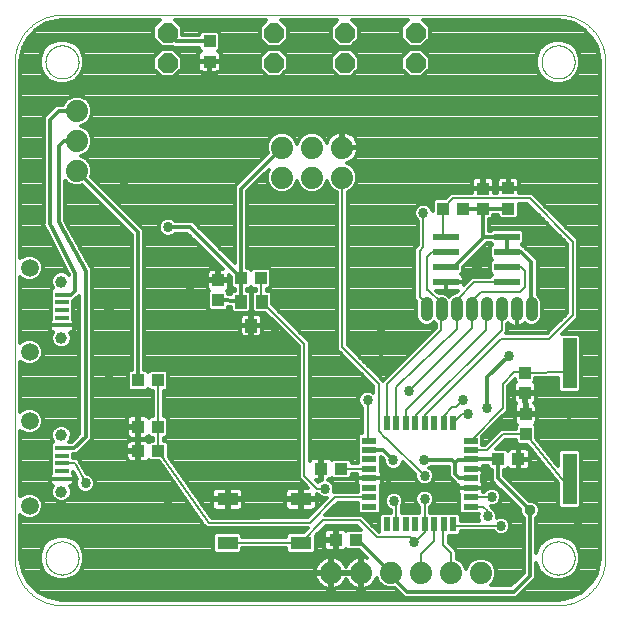
<source format=gtl>
G75*
%MOIN*%
%OFA0B0*%
%FSLAX25Y25*%
%IPPOS*%
%LPD*%
%AMOC8*
5,1,8,0,0,1.08239X$1,22.5*
%
%ADD10C,0.00000*%
%ADD11R,0.03937X0.04331*%
%ADD12R,0.04331X0.03937*%
%ADD13C,0.07400*%
%ADD14C,0.05937*%
%ADD15C,0.03969*%
%ADD16R,0.04724X0.01575*%
%ADD17OC8,0.06600*%
%ADD18R,0.07087X0.04331*%
%ADD19R,0.08661X0.02362*%
%ADD20R,0.05000X0.02200*%
%ADD21R,0.02200X0.05000*%
%ADD22R,0.04000X0.04500*%
%ADD23R,0.04724X0.16929*%
%ADD24C,0.04000*%
%ADD25C,0.01400*%
%ADD26C,0.03762*%
%ADD27C,0.03369*%
%ADD28C,0.00800*%
D10*
X0007252Y0017448D02*
X0007252Y0182802D01*
X0007257Y0183183D01*
X0007270Y0183563D01*
X0007293Y0183943D01*
X0007326Y0184322D01*
X0007367Y0184700D01*
X0007417Y0185077D01*
X0007477Y0185453D01*
X0007545Y0185828D01*
X0007623Y0186200D01*
X0007710Y0186571D01*
X0007805Y0186939D01*
X0007910Y0187305D01*
X0008023Y0187668D01*
X0008145Y0188029D01*
X0008275Y0188386D01*
X0008415Y0188740D01*
X0008562Y0189091D01*
X0008719Y0189438D01*
X0008883Y0189781D01*
X0009056Y0190120D01*
X0009237Y0190455D01*
X0009426Y0190786D01*
X0009623Y0191111D01*
X0009827Y0191432D01*
X0010040Y0191748D01*
X0010260Y0192058D01*
X0010487Y0192364D01*
X0010722Y0192663D01*
X0010964Y0192957D01*
X0011212Y0193245D01*
X0011468Y0193527D01*
X0011731Y0193802D01*
X0012000Y0194071D01*
X0012275Y0194334D01*
X0012557Y0194590D01*
X0012845Y0194838D01*
X0013139Y0195080D01*
X0013438Y0195315D01*
X0013744Y0195542D01*
X0014054Y0195762D01*
X0014370Y0195975D01*
X0014691Y0196179D01*
X0015016Y0196376D01*
X0015347Y0196565D01*
X0015682Y0196746D01*
X0016021Y0196919D01*
X0016364Y0197083D01*
X0016711Y0197240D01*
X0017062Y0197387D01*
X0017416Y0197527D01*
X0017773Y0197657D01*
X0018134Y0197779D01*
X0018497Y0197892D01*
X0018863Y0197997D01*
X0019231Y0198092D01*
X0019602Y0198179D01*
X0019974Y0198257D01*
X0020349Y0198325D01*
X0020725Y0198385D01*
X0021102Y0198435D01*
X0021480Y0198476D01*
X0021859Y0198509D01*
X0022239Y0198532D01*
X0022619Y0198545D01*
X0023000Y0198550D01*
X0188354Y0198550D01*
X0182842Y0182802D02*
X0182844Y0182950D01*
X0182850Y0183098D01*
X0182860Y0183246D01*
X0182874Y0183393D01*
X0182892Y0183540D01*
X0182913Y0183686D01*
X0182939Y0183832D01*
X0182969Y0183977D01*
X0183002Y0184121D01*
X0183040Y0184264D01*
X0183081Y0184406D01*
X0183126Y0184547D01*
X0183174Y0184687D01*
X0183227Y0184826D01*
X0183283Y0184963D01*
X0183343Y0185098D01*
X0183406Y0185232D01*
X0183473Y0185364D01*
X0183544Y0185494D01*
X0183618Y0185622D01*
X0183695Y0185748D01*
X0183776Y0185872D01*
X0183860Y0185994D01*
X0183947Y0186113D01*
X0184038Y0186230D01*
X0184132Y0186345D01*
X0184228Y0186457D01*
X0184328Y0186567D01*
X0184430Y0186673D01*
X0184536Y0186777D01*
X0184644Y0186878D01*
X0184755Y0186976D01*
X0184868Y0187072D01*
X0184984Y0187164D01*
X0185102Y0187253D01*
X0185223Y0187338D01*
X0185346Y0187421D01*
X0185471Y0187500D01*
X0185598Y0187576D01*
X0185727Y0187648D01*
X0185858Y0187717D01*
X0185991Y0187782D01*
X0186126Y0187843D01*
X0186262Y0187901D01*
X0186399Y0187956D01*
X0186538Y0188006D01*
X0186679Y0188053D01*
X0186820Y0188096D01*
X0186963Y0188136D01*
X0187107Y0188171D01*
X0187251Y0188203D01*
X0187397Y0188230D01*
X0187543Y0188254D01*
X0187690Y0188274D01*
X0187837Y0188290D01*
X0187984Y0188302D01*
X0188132Y0188310D01*
X0188280Y0188314D01*
X0188428Y0188314D01*
X0188576Y0188310D01*
X0188724Y0188302D01*
X0188871Y0188290D01*
X0189018Y0188274D01*
X0189165Y0188254D01*
X0189311Y0188230D01*
X0189457Y0188203D01*
X0189601Y0188171D01*
X0189745Y0188136D01*
X0189888Y0188096D01*
X0190029Y0188053D01*
X0190170Y0188006D01*
X0190309Y0187956D01*
X0190446Y0187901D01*
X0190582Y0187843D01*
X0190717Y0187782D01*
X0190850Y0187717D01*
X0190981Y0187648D01*
X0191110Y0187576D01*
X0191237Y0187500D01*
X0191362Y0187421D01*
X0191485Y0187338D01*
X0191606Y0187253D01*
X0191724Y0187164D01*
X0191840Y0187072D01*
X0191953Y0186976D01*
X0192064Y0186878D01*
X0192172Y0186777D01*
X0192278Y0186673D01*
X0192380Y0186567D01*
X0192480Y0186457D01*
X0192576Y0186345D01*
X0192670Y0186230D01*
X0192761Y0186113D01*
X0192848Y0185994D01*
X0192932Y0185872D01*
X0193013Y0185748D01*
X0193090Y0185622D01*
X0193164Y0185494D01*
X0193235Y0185364D01*
X0193302Y0185232D01*
X0193365Y0185098D01*
X0193425Y0184963D01*
X0193481Y0184826D01*
X0193534Y0184687D01*
X0193582Y0184547D01*
X0193627Y0184406D01*
X0193668Y0184264D01*
X0193706Y0184121D01*
X0193739Y0183977D01*
X0193769Y0183832D01*
X0193795Y0183686D01*
X0193816Y0183540D01*
X0193834Y0183393D01*
X0193848Y0183246D01*
X0193858Y0183098D01*
X0193864Y0182950D01*
X0193866Y0182802D01*
X0193864Y0182654D01*
X0193858Y0182506D01*
X0193848Y0182358D01*
X0193834Y0182211D01*
X0193816Y0182064D01*
X0193795Y0181918D01*
X0193769Y0181772D01*
X0193739Y0181627D01*
X0193706Y0181483D01*
X0193668Y0181340D01*
X0193627Y0181198D01*
X0193582Y0181057D01*
X0193534Y0180917D01*
X0193481Y0180778D01*
X0193425Y0180641D01*
X0193365Y0180506D01*
X0193302Y0180372D01*
X0193235Y0180240D01*
X0193164Y0180110D01*
X0193090Y0179982D01*
X0193013Y0179856D01*
X0192932Y0179732D01*
X0192848Y0179610D01*
X0192761Y0179491D01*
X0192670Y0179374D01*
X0192576Y0179259D01*
X0192480Y0179147D01*
X0192380Y0179037D01*
X0192278Y0178931D01*
X0192172Y0178827D01*
X0192064Y0178726D01*
X0191953Y0178628D01*
X0191840Y0178532D01*
X0191724Y0178440D01*
X0191606Y0178351D01*
X0191485Y0178266D01*
X0191362Y0178183D01*
X0191237Y0178104D01*
X0191110Y0178028D01*
X0190981Y0177956D01*
X0190850Y0177887D01*
X0190717Y0177822D01*
X0190582Y0177761D01*
X0190446Y0177703D01*
X0190309Y0177648D01*
X0190170Y0177598D01*
X0190029Y0177551D01*
X0189888Y0177508D01*
X0189745Y0177468D01*
X0189601Y0177433D01*
X0189457Y0177401D01*
X0189311Y0177374D01*
X0189165Y0177350D01*
X0189018Y0177330D01*
X0188871Y0177314D01*
X0188724Y0177302D01*
X0188576Y0177294D01*
X0188428Y0177290D01*
X0188280Y0177290D01*
X0188132Y0177294D01*
X0187984Y0177302D01*
X0187837Y0177314D01*
X0187690Y0177330D01*
X0187543Y0177350D01*
X0187397Y0177374D01*
X0187251Y0177401D01*
X0187107Y0177433D01*
X0186963Y0177468D01*
X0186820Y0177508D01*
X0186679Y0177551D01*
X0186538Y0177598D01*
X0186399Y0177648D01*
X0186262Y0177703D01*
X0186126Y0177761D01*
X0185991Y0177822D01*
X0185858Y0177887D01*
X0185727Y0177956D01*
X0185598Y0178028D01*
X0185471Y0178104D01*
X0185346Y0178183D01*
X0185223Y0178266D01*
X0185102Y0178351D01*
X0184984Y0178440D01*
X0184868Y0178532D01*
X0184755Y0178628D01*
X0184644Y0178726D01*
X0184536Y0178827D01*
X0184430Y0178931D01*
X0184328Y0179037D01*
X0184228Y0179147D01*
X0184132Y0179259D01*
X0184038Y0179374D01*
X0183947Y0179491D01*
X0183860Y0179610D01*
X0183776Y0179732D01*
X0183695Y0179856D01*
X0183618Y0179982D01*
X0183544Y0180110D01*
X0183473Y0180240D01*
X0183406Y0180372D01*
X0183343Y0180506D01*
X0183283Y0180641D01*
X0183227Y0180778D01*
X0183174Y0180917D01*
X0183126Y0181057D01*
X0183081Y0181198D01*
X0183040Y0181340D01*
X0183002Y0181483D01*
X0182969Y0181627D01*
X0182939Y0181772D01*
X0182913Y0181918D01*
X0182892Y0182064D01*
X0182874Y0182211D01*
X0182860Y0182358D01*
X0182850Y0182506D01*
X0182844Y0182654D01*
X0182842Y0182802D01*
X0188354Y0198550D02*
X0188735Y0198545D01*
X0189115Y0198532D01*
X0189495Y0198509D01*
X0189874Y0198476D01*
X0190252Y0198435D01*
X0190629Y0198385D01*
X0191005Y0198325D01*
X0191380Y0198257D01*
X0191752Y0198179D01*
X0192123Y0198092D01*
X0192491Y0197997D01*
X0192857Y0197892D01*
X0193220Y0197779D01*
X0193581Y0197657D01*
X0193938Y0197527D01*
X0194292Y0197387D01*
X0194643Y0197240D01*
X0194990Y0197083D01*
X0195333Y0196919D01*
X0195672Y0196746D01*
X0196007Y0196565D01*
X0196338Y0196376D01*
X0196663Y0196179D01*
X0196984Y0195975D01*
X0197300Y0195762D01*
X0197610Y0195542D01*
X0197916Y0195315D01*
X0198215Y0195080D01*
X0198509Y0194838D01*
X0198797Y0194590D01*
X0199079Y0194334D01*
X0199354Y0194071D01*
X0199623Y0193802D01*
X0199886Y0193527D01*
X0200142Y0193245D01*
X0200390Y0192957D01*
X0200632Y0192663D01*
X0200867Y0192364D01*
X0201094Y0192058D01*
X0201314Y0191748D01*
X0201527Y0191432D01*
X0201731Y0191111D01*
X0201928Y0190786D01*
X0202117Y0190455D01*
X0202298Y0190120D01*
X0202471Y0189781D01*
X0202635Y0189438D01*
X0202792Y0189091D01*
X0202939Y0188740D01*
X0203079Y0188386D01*
X0203209Y0188029D01*
X0203331Y0187668D01*
X0203444Y0187305D01*
X0203549Y0186939D01*
X0203644Y0186571D01*
X0203731Y0186200D01*
X0203809Y0185828D01*
X0203877Y0185453D01*
X0203937Y0185077D01*
X0203987Y0184700D01*
X0204028Y0184322D01*
X0204061Y0183943D01*
X0204084Y0183563D01*
X0204097Y0183183D01*
X0204102Y0182802D01*
X0204102Y0017448D01*
X0204097Y0017067D01*
X0204084Y0016687D01*
X0204061Y0016307D01*
X0204028Y0015928D01*
X0203987Y0015550D01*
X0203937Y0015173D01*
X0203877Y0014797D01*
X0203809Y0014422D01*
X0203731Y0014050D01*
X0203644Y0013679D01*
X0203549Y0013311D01*
X0203444Y0012945D01*
X0203331Y0012582D01*
X0203209Y0012221D01*
X0203079Y0011864D01*
X0202939Y0011510D01*
X0202792Y0011159D01*
X0202635Y0010812D01*
X0202471Y0010469D01*
X0202298Y0010130D01*
X0202117Y0009795D01*
X0201928Y0009464D01*
X0201731Y0009139D01*
X0201527Y0008818D01*
X0201314Y0008502D01*
X0201094Y0008192D01*
X0200867Y0007886D01*
X0200632Y0007587D01*
X0200390Y0007293D01*
X0200142Y0007005D01*
X0199886Y0006723D01*
X0199623Y0006448D01*
X0199354Y0006179D01*
X0199079Y0005916D01*
X0198797Y0005660D01*
X0198509Y0005412D01*
X0198215Y0005170D01*
X0197916Y0004935D01*
X0197610Y0004708D01*
X0197300Y0004488D01*
X0196984Y0004275D01*
X0196663Y0004071D01*
X0196338Y0003874D01*
X0196007Y0003685D01*
X0195672Y0003504D01*
X0195333Y0003331D01*
X0194990Y0003167D01*
X0194643Y0003010D01*
X0194292Y0002863D01*
X0193938Y0002723D01*
X0193581Y0002593D01*
X0193220Y0002471D01*
X0192857Y0002358D01*
X0192491Y0002253D01*
X0192123Y0002158D01*
X0191752Y0002071D01*
X0191380Y0001993D01*
X0191005Y0001925D01*
X0190629Y0001865D01*
X0190252Y0001815D01*
X0189874Y0001774D01*
X0189495Y0001741D01*
X0189115Y0001718D01*
X0188735Y0001705D01*
X0188354Y0001700D01*
X0023000Y0001700D01*
X0022619Y0001705D01*
X0022239Y0001718D01*
X0021859Y0001741D01*
X0021480Y0001774D01*
X0021102Y0001815D01*
X0020725Y0001865D01*
X0020349Y0001925D01*
X0019974Y0001993D01*
X0019602Y0002071D01*
X0019231Y0002158D01*
X0018863Y0002253D01*
X0018497Y0002358D01*
X0018134Y0002471D01*
X0017773Y0002593D01*
X0017416Y0002723D01*
X0017062Y0002863D01*
X0016711Y0003010D01*
X0016364Y0003167D01*
X0016021Y0003331D01*
X0015682Y0003504D01*
X0015347Y0003685D01*
X0015016Y0003874D01*
X0014691Y0004071D01*
X0014370Y0004275D01*
X0014054Y0004488D01*
X0013744Y0004708D01*
X0013438Y0004935D01*
X0013139Y0005170D01*
X0012845Y0005412D01*
X0012557Y0005660D01*
X0012275Y0005916D01*
X0012000Y0006179D01*
X0011731Y0006448D01*
X0011468Y0006723D01*
X0011212Y0007005D01*
X0010964Y0007293D01*
X0010722Y0007587D01*
X0010487Y0007886D01*
X0010260Y0008192D01*
X0010040Y0008502D01*
X0009827Y0008818D01*
X0009623Y0009139D01*
X0009426Y0009464D01*
X0009237Y0009795D01*
X0009056Y0010130D01*
X0008883Y0010469D01*
X0008719Y0010812D01*
X0008562Y0011159D01*
X0008415Y0011510D01*
X0008275Y0011864D01*
X0008145Y0012221D01*
X0008023Y0012582D01*
X0007910Y0012945D01*
X0007805Y0013311D01*
X0007710Y0013679D01*
X0007623Y0014050D01*
X0007545Y0014422D01*
X0007477Y0014797D01*
X0007417Y0015173D01*
X0007367Y0015550D01*
X0007326Y0015928D01*
X0007293Y0016307D01*
X0007270Y0016687D01*
X0007257Y0017067D01*
X0007252Y0017448D01*
X0017488Y0017448D02*
X0017490Y0017596D01*
X0017496Y0017744D01*
X0017506Y0017892D01*
X0017520Y0018039D01*
X0017538Y0018186D01*
X0017559Y0018332D01*
X0017585Y0018478D01*
X0017615Y0018623D01*
X0017648Y0018767D01*
X0017686Y0018910D01*
X0017727Y0019052D01*
X0017772Y0019193D01*
X0017820Y0019333D01*
X0017873Y0019472D01*
X0017929Y0019609D01*
X0017989Y0019744D01*
X0018052Y0019878D01*
X0018119Y0020010D01*
X0018190Y0020140D01*
X0018264Y0020268D01*
X0018341Y0020394D01*
X0018422Y0020518D01*
X0018506Y0020640D01*
X0018593Y0020759D01*
X0018684Y0020876D01*
X0018778Y0020991D01*
X0018874Y0021103D01*
X0018974Y0021213D01*
X0019076Y0021319D01*
X0019182Y0021423D01*
X0019290Y0021524D01*
X0019401Y0021622D01*
X0019514Y0021718D01*
X0019630Y0021810D01*
X0019748Y0021899D01*
X0019869Y0021984D01*
X0019992Y0022067D01*
X0020117Y0022146D01*
X0020244Y0022222D01*
X0020373Y0022294D01*
X0020504Y0022363D01*
X0020637Y0022428D01*
X0020772Y0022489D01*
X0020908Y0022547D01*
X0021045Y0022602D01*
X0021184Y0022652D01*
X0021325Y0022699D01*
X0021466Y0022742D01*
X0021609Y0022782D01*
X0021753Y0022817D01*
X0021897Y0022849D01*
X0022043Y0022876D01*
X0022189Y0022900D01*
X0022336Y0022920D01*
X0022483Y0022936D01*
X0022630Y0022948D01*
X0022778Y0022956D01*
X0022926Y0022960D01*
X0023074Y0022960D01*
X0023222Y0022956D01*
X0023370Y0022948D01*
X0023517Y0022936D01*
X0023664Y0022920D01*
X0023811Y0022900D01*
X0023957Y0022876D01*
X0024103Y0022849D01*
X0024247Y0022817D01*
X0024391Y0022782D01*
X0024534Y0022742D01*
X0024675Y0022699D01*
X0024816Y0022652D01*
X0024955Y0022602D01*
X0025092Y0022547D01*
X0025228Y0022489D01*
X0025363Y0022428D01*
X0025496Y0022363D01*
X0025627Y0022294D01*
X0025756Y0022222D01*
X0025883Y0022146D01*
X0026008Y0022067D01*
X0026131Y0021984D01*
X0026252Y0021899D01*
X0026370Y0021810D01*
X0026486Y0021718D01*
X0026599Y0021622D01*
X0026710Y0021524D01*
X0026818Y0021423D01*
X0026924Y0021319D01*
X0027026Y0021213D01*
X0027126Y0021103D01*
X0027222Y0020991D01*
X0027316Y0020876D01*
X0027407Y0020759D01*
X0027494Y0020640D01*
X0027578Y0020518D01*
X0027659Y0020394D01*
X0027736Y0020268D01*
X0027810Y0020140D01*
X0027881Y0020010D01*
X0027948Y0019878D01*
X0028011Y0019744D01*
X0028071Y0019609D01*
X0028127Y0019472D01*
X0028180Y0019333D01*
X0028228Y0019193D01*
X0028273Y0019052D01*
X0028314Y0018910D01*
X0028352Y0018767D01*
X0028385Y0018623D01*
X0028415Y0018478D01*
X0028441Y0018332D01*
X0028462Y0018186D01*
X0028480Y0018039D01*
X0028494Y0017892D01*
X0028504Y0017744D01*
X0028510Y0017596D01*
X0028512Y0017448D01*
X0028510Y0017300D01*
X0028504Y0017152D01*
X0028494Y0017004D01*
X0028480Y0016857D01*
X0028462Y0016710D01*
X0028441Y0016564D01*
X0028415Y0016418D01*
X0028385Y0016273D01*
X0028352Y0016129D01*
X0028314Y0015986D01*
X0028273Y0015844D01*
X0028228Y0015703D01*
X0028180Y0015563D01*
X0028127Y0015424D01*
X0028071Y0015287D01*
X0028011Y0015152D01*
X0027948Y0015018D01*
X0027881Y0014886D01*
X0027810Y0014756D01*
X0027736Y0014628D01*
X0027659Y0014502D01*
X0027578Y0014378D01*
X0027494Y0014256D01*
X0027407Y0014137D01*
X0027316Y0014020D01*
X0027222Y0013905D01*
X0027126Y0013793D01*
X0027026Y0013683D01*
X0026924Y0013577D01*
X0026818Y0013473D01*
X0026710Y0013372D01*
X0026599Y0013274D01*
X0026486Y0013178D01*
X0026370Y0013086D01*
X0026252Y0012997D01*
X0026131Y0012912D01*
X0026008Y0012829D01*
X0025883Y0012750D01*
X0025756Y0012674D01*
X0025627Y0012602D01*
X0025496Y0012533D01*
X0025363Y0012468D01*
X0025228Y0012407D01*
X0025092Y0012349D01*
X0024955Y0012294D01*
X0024816Y0012244D01*
X0024675Y0012197D01*
X0024534Y0012154D01*
X0024391Y0012114D01*
X0024247Y0012079D01*
X0024103Y0012047D01*
X0023957Y0012020D01*
X0023811Y0011996D01*
X0023664Y0011976D01*
X0023517Y0011960D01*
X0023370Y0011948D01*
X0023222Y0011940D01*
X0023074Y0011936D01*
X0022926Y0011936D01*
X0022778Y0011940D01*
X0022630Y0011948D01*
X0022483Y0011960D01*
X0022336Y0011976D01*
X0022189Y0011996D01*
X0022043Y0012020D01*
X0021897Y0012047D01*
X0021753Y0012079D01*
X0021609Y0012114D01*
X0021466Y0012154D01*
X0021325Y0012197D01*
X0021184Y0012244D01*
X0021045Y0012294D01*
X0020908Y0012349D01*
X0020772Y0012407D01*
X0020637Y0012468D01*
X0020504Y0012533D01*
X0020373Y0012602D01*
X0020244Y0012674D01*
X0020117Y0012750D01*
X0019992Y0012829D01*
X0019869Y0012912D01*
X0019748Y0012997D01*
X0019630Y0013086D01*
X0019514Y0013178D01*
X0019401Y0013274D01*
X0019290Y0013372D01*
X0019182Y0013473D01*
X0019076Y0013577D01*
X0018974Y0013683D01*
X0018874Y0013793D01*
X0018778Y0013905D01*
X0018684Y0014020D01*
X0018593Y0014137D01*
X0018506Y0014256D01*
X0018422Y0014378D01*
X0018341Y0014502D01*
X0018264Y0014628D01*
X0018190Y0014756D01*
X0018119Y0014886D01*
X0018052Y0015018D01*
X0017989Y0015152D01*
X0017929Y0015287D01*
X0017873Y0015424D01*
X0017820Y0015563D01*
X0017772Y0015703D01*
X0017727Y0015844D01*
X0017686Y0015986D01*
X0017648Y0016129D01*
X0017615Y0016273D01*
X0017585Y0016418D01*
X0017559Y0016564D01*
X0017538Y0016710D01*
X0017520Y0016857D01*
X0017506Y0017004D01*
X0017496Y0017152D01*
X0017490Y0017300D01*
X0017488Y0017448D01*
X0017488Y0182802D02*
X0017490Y0182950D01*
X0017496Y0183098D01*
X0017506Y0183246D01*
X0017520Y0183393D01*
X0017538Y0183540D01*
X0017559Y0183686D01*
X0017585Y0183832D01*
X0017615Y0183977D01*
X0017648Y0184121D01*
X0017686Y0184264D01*
X0017727Y0184406D01*
X0017772Y0184547D01*
X0017820Y0184687D01*
X0017873Y0184826D01*
X0017929Y0184963D01*
X0017989Y0185098D01*
X0018052Y0185232D01*
X0018119Y0185364D01*
X0018190Y0185494D01*
X0018264Y0185622D01*
X0018341Y0185748D01*
X0018422Y0185872D01*
X0018506Y0185994D01*
X0018593Y0186113D01*
X0018684Y0186230D01*
X0018778Y0186345D01*
X0018874Y0186457D01*
X0018974Y0186567D01*
X0019076Y0186673D01*
X0019182Y0186777D01*
X0019290Y0186878D01*
X0019401Y0186976D01*
X0019514Y0187072D01*
X0019630Y0187164D01*
X0019748Y0187253D01*
X0019869Y0187338D01*
X0019992Y0187421D01*
X0020117Y0187500D01*
X0020244Y0187576D01*
X0020373Y0187648D01*
X0020504Y0187717D01*
X0020637Y0187782D01*
X0020772Y0187843D01*
X0020908Y0187901D01*
X0021045Y0187956D01*
X0021184Y0188006D01*
X0021325Y0188053D01*
X0021466Y0188096D01*
X0021609Y0188136D01*
X0021753Y0188171D01*
X0021897Y0188203D01*
X0022043Y0188230D01*
X0022189Y0188254D01*
X0022336Y0188274D01*
X0022483Y0188290D01*
X0022630Y0188302D01*
X0022778Y0188310D01*
X0022926Y0188314D01*
X0023074Y0188314D01*
X0023222Y0188310D01*
X0023370Y0188302D01*
X0023517Y0188290D01*
X0023664Y0188274D01*
X0023811Y0188254D01*
X0023957Y0188230D01*
X0024103Y0188203D01*
X0024247Y0188171D01*
X0024391Y0188136D01*
X0024534Y0188096D01*
X0024675Y0188053D01*
X0024816Y0188006D01*
X0024955Y0187956D01*
X0025092Y0187901D01*
X0025228Y0187843D01*
X0025363Y0187782D01*
X0025496Y0187717D01*
X0025627Y0187648D01*
X0025756Y0187576D01*
X0025883Y0187500D01*
X0026008Y0187421D01*
X0026131Y0187338D01*
X0026252Y0187253D01*
X0026370Y0187164D01*
X0026486Y0187072D01*
X0026599Y0186976D01*
X0026710Y0186878D01*
X0026818Y0186777D01*
X0026924Y0186673D01*
X0027026Y0186567D01*
X0027126Y0186457D01*
X0027222Y0186345D01*
X0027316Y0186230D01*
X0027407Y0186113D01*
X0027494Y0185994D01*
X0027578Y0185872D01*
X0027659Y0185748D01*
X0027736Y0185622D01*
X0027810Y0185494D01*
X0027881Y0185364D01*
X0027948Y0185232D01*
X0028011Y0185098D01*
X0028071Y0184963D01*
X0028127Y0184826D01*
X0028180Y0184687D01*
X0028228Y0184547D01*
X0028273Y0184406D01*
X0028314Y0184264D01*
X0028352Y0184121D01*
X0028385Y0183977D01*
X0028415Y0183832D01*
X0028441Y0183686D01*
X0028462Y0183540D01*
X0028480Y0183393D01*
X0028494Y0183246D01*
X0028504Y0183098D01*
X0028510Y0182950D01*
X0028512Y0182802D01*
X0028510Y0182654D01*
X0028504Y0182506D01*
X0028494Y0182358D01*
X0028480Y0182211D01*
X0028462Y0182064D01*
X0028441Y0181918D01*
X0028415Y0181772D01*
X0028385Y0181627D01*
X0028352Y0181483D01*
X0028314Y0181340D01*
X0028273Y0181198D01*
X0028228Y0181057D01*
X0028180Y0180917D01*
X0028127Y0180778D01*
X0028071Y0180641D01*
X0028011Y0180506D01*
X0027948Y0180372D01*
X0027881Y0180240D01*
X0027810Y0180110D01*
X0027736Y0179982D01*
X0027659Y0179856D01*
X0027578Y0179732D01*
X0027494Y0179610D01*
X0027407Y0179491D01*
X0027316Y0179374D01*
X0027222Y0179259D01*
X0027126Y0179147D01*
X0027026Y0179037D01*
X0026924Y0178931D01*
X0026818Y0178827D01*
X0026710Y0178726D01*
X0026599Y0178628D01*
X0026486Y0178532D01*
X0026370Y0178440D01*
X0026252Y0178351D01*
X0026131Y0178266D01*
X0026008Y0178183D01*
X0025883Y0178104D01*
X0025756Y0178028D01*
X0025627Y0177956D01*
X0025496Y0177887D01*
X0025363Y0177822D01*
X0025228Y0177761D01*
X0025092Y0177703D01*
X0024955Y0177648D01*
X0024816Y0177598D01*
X0024675Y0177551D01*
X0024534Y0177508D01*
X0024391Y0177468D01*
X0024247Y0177433D01*
X0024103Y0177401D01*
X0023957Y0177374D01*
X0023811Y0177350D01*
X0023664Y0177330D01*
X0023517Y0177314D01*
X0023370Y0177302D01*
X0023222Y0177294D01*
X0023074Y0177290D01*
X0022926Y0177290D01*
X0022778Y0177294D01*
X0022630Y0177302D01*
X0022483Y0177314D01*
X0022336Y0177330D01*
X0022189Y0177350D01*
X0022043Y0177374D01*
X0021897Y0177401D01*
X0021753Y0177433D01*
X0021609Y0177468D01*
X0021466Y0177508D01*
X0021325Y0177551D01*
X0021184Y0177598D01*
X0021045Y0177648D01*
X0020908Y0177703D01*
X0020772Y0177761D01*
X0020637Y0177822D01*
X0020504Y0177887D01*
X0020373Y0177956D01*
X0020244Y0178028D01*
X0020117Y0178104D01*
X0019992Y0178183D01*
X0019869Y0178266D01*
X0019748Y0178351D01*
X0019630Y0178440D01*
X0019514Y0178532D01*
X0019401Y0178628D01*
X0019290Y0178726D01*
X0019182Y0178827D01*
X0019076Y0178931D01*
X0018974Y0179037D01*
X0018874Y0179147D01*
X0018778Y0179259D01*
X0018684Y0179374D01*
X0018593Y0179491D01*
X0018506Y0179610D01*
X0018422Y0179732D01*
X0018341Y0179856D01*
X0018264Y0179982D01*
X0018190Y0180110D01*
X0018119Y0180240D01*
X0018052Y0180372D01*
X0017989Y0180506D01*
X0017929Y0180641D01*
X0017873Y0180778D01*
X0017820Y0180917D01*
X0017772Y0181057D01*
X0017727Y0181198D01*
X0017686Y0181340D01*
X0017648Y0181483D01*
X0017615Y0181627D01*
X0017585Y0181772D01*
X0017559Y0181918D01*
X0017538Y0182064D01*
X0017520Y0182211D01*
X0017506Y0182358D01*
X0017496Y0182506D01*
X0017490Y0182654D01*
X0017488Y0182802D01*
X0182842Y0017448D02*
X0182844Y0017596D01*
X0182850Y0017744D01*
X0182860Y0017892D01*
X0182874Y0018039D01*
X0182892Y0018186D01*
X0182913Y0018332D01*
X0182939Y0018478D01*
X0182969Y0018623D01*
X0183002Y0018767D01*
X0183040Y0018910D01*
X0183081Y0019052D01*
X0183126Y0019193D01*
X0183174Y0019333D01*
X0183227Y0019472D01*
X0183283Y0019609D01*
X0183343Y0019744D01*
X0183406Y0019878D01*
X0183473Y0020010D01*
X0183544Y0020140D01*
X0183618Y0020268D01*
X0183695Y0020394D01*
X0183776Y0020518D01*
X0183860Y0020640D01*
X0183947Y0020759D01*
X0184038Y0020876D01*
X0184132Y0020991D01*
X0184228Y0021103D01*
X0184328Y0021213D01*
X0184430Y0021319D01*
X0184536Y0021423D01*
X0184644Y0021524D01*
X0184755Y0021622D01*
X0184868Y0021718D01*
X0184984Y0021810D01*
X0185102Y0021899D01*
X0185223Y0021984D01*
X0185346Y0022067D01*
X0185471Y0022146D01*
X0185598Y0022222D01*
X0185727Y0022294D01*
X0185858Y0022363D01*
X0185991Y0022428D01*
X0186126Y0022489D01*
X0186262Y0022547D01*
X0186399Y0022602D01*
X0186538Y0022652D01*
X0186679Y0022699D01*
X0186820Y0022742D01*
X0186963Y0022782D01*
X0187107Y0022817D01*
X0187251Y0022849D01*
X0187397Y0022876D01*
X0187543Y0022900D01*
X0187690Y0022920D01*
X0187837Y0022936D01*
X0187984Y0022948D01*
X0188132Y0022956D01*
X0188280Y0022960D01*
X0188428Y0022960D01*
X0188576Y0022956D01*
X0188724Y0022948D01*
X0188871Y0022936D01*
X0189018Y0022920D01*
X0189165Y0022900D01*
X0189311Y0022876D01*
X0189457Y0022849D01*
X0189601Y0022817D01*
X0189745Y0022782D01*
X0189888Y0022742D01*
X0190029Y0022699D01*
X0190170Y0022652D01*
X0190309Y0022602D01*
X0190446Y0022547D01*
X0190582Y0022489D01*
X0190717Y0022428D01*
X0190850Y0022363D01*
X0190981Y0022294D01*
X0191110Y0022222D01*
X0191237Y0022146D01*
X0191362Y0022067D01*
X0191485Y0021984D01*
X0191606Y0021899D01*
X0191724Y0021810D01*
X0191840Y0021718D01*
X0191953Y0021622D01*
X0192064Y0021524D01*
X0192172Y0021423D01*
X0192278Y0021319D01*
X0192380Y0021213D01*
X0192480Y0021103D01*
X0192576Y0020991D01*
X0192670Y0020876D01*
X0192761Y0020759D01*
X0192848Y0020640D01*
X0192932Y0020518D01*
X0193013Y0020394D01*
X0193090Y0020268D01*
X0193164Y0020140D01*
X0193235Y0020010D01*
X0193302Y0019878D01*
X0193365Y0019744D01*
X0193425Y0019609D01*
X0193481Y0019472D01*
X0193534Y0019333D01*
X0193582Y0019193D01*
X0193627Y0019052D01*
X0193668Y0018910D01*
X0193706Y0018767D01*
X0193739Y0018623D01*
X0193769Y0018478D01*
X0193795Y0018332D01*
X0193816Y0018186D01*
X0193834Y0018039D01*
X0193848Y0017892D01*
X0193858Y0017744D01*
X0193864Y0017596D01*
X0193866Y0017448D01*
X0193864Y0017300D01*
X0193858Y0017152D01*
X0193848Y0017004D01*
X0193834Y0016857D01*
X0193816Y0016710D01*
X0193795Y0016564D01*
X0193769Y0016418D01*
X0193739Y0016273D01*
X0193706Y0016129D01*
X0193668Y0015986D01*
X0193627Y0015844D01*
X0193582Y0015703D01*
X0193534Y0015563D01*
X0193481Y0015424D01*
X0193425Y0015287D01*
X0193365Y0015152D01*
X0193302Y0015018D01*
X0193235Y0014886D01*
X0193164Y0014756D01*
X0193090Y0014628D01*
X0193013Y0014502D01*
X0192932Y0014378D01*
X0192848Y0014256D01*
X0192761Y0014137D01*
X0192670Y0014020D01*
X0192576Y0013905D01*
X0192480Y0013793D01*
X0192380Y0013683D01*
X0192278Y0013577D01*
X0192172Y0013473D01*
X0192064Y0013372D01*
X0191953Y0013274D01*
X0191840Y0013178D01*
X0191724Y0013086D01*
X0191606Y0012997D01*
X0191485Y0012912D01*
X0191362Y0012829D01*
X0191237Y0012750D01*
X0191110Y0012674D01*
X0190981Y0012602D01*
X0190850Y0012533D01*
X0190717Y0012468D01*
X0190582Y0012407D01*
X0190446Y0012349D01*
X0190309Y0012294D01*
X0190170Y0012244D01*
X0190029Y0012197D01*
X0189888Y0012154D01*
X0189745Y0012114D01*
X0189601Y0012079D01*
X0189457Y0012047D01*
X0189311Y0012020D01*
X0189165Y0011996D01*
X0189018Y0011976D01*
X0188871Y0011960D01*
X0188724Y0011948D01*
X0188576Y0011940D01*
X0188428Y0011936D01*
X0188280Y0011936D01*
X0188132Y0011940D01*
X0187984Y0011948D01*
X0187837Y0011960D01*
X0187690Y0011976D01*
X0187543Y0011996D01*
X0187397Y0012020D01*
X0187251Y0012047D01*
X0187107Y0012079D01*
X0186963Y0012114D01*
X0186820Y0012154D01*
X0186679Y0012197D01*
X0186538Y0012244D01*
X0186399Y0012294D01*
X0186262Y0012349D01*
X0186126Y0012407D01*
X0185991Y0012468D01*
X0185858Y0012533D01*
X0185727Y0012602D01*
X0185598Y0012674D01*
X0185471Y0012750D01*
X0185346Y0012829D01*
X0185223Y0012912D01*
X0185102Y0012997D01*
X0184984Y0013086D01*
X0184868Y0013178D01*
X0184755Y0013274D01*
X0184644Y0013372D01*
X0184536Y0013473D01*
X0184430Y0013577D01*
X0184328Y0013683D01*
X0184228Y0013793D01*
X0184132Y0013905D01*
X0184038Y0014020D01*
X0183947Y0014137D01*
X0183860Y0014256D01*
X0183776Y0014378D01*
X0183695Y0014502D01*
X0183618Y0014628D01*
X0183544Y0014756D01*
X0183473Y0014886D01*
X0183406Y0015018D01*
X0183343Y0015152D01*
X0183283Y0015287D01*
X0183227Y0015424D01*
X0183174Y0015563D01*
X0183126Y0015703D01*
X0183081Y0015844D01*
X0183040Y0015986D01*
X0183002Y0016129D01*
X0182969Y0016273D01*
X0182939Y0016418D01*
X0182913Y0016564D01*
X0182892Y0016710D01*
X0182874Y0016857D01*
X0182860Y0017004D01*
X0182850Y0017152D01*
X0182844Y0017300D01*
X0182842Y0017448D01*
D11*
X0177553Y0058759D03*
X0177553Y0065451D03*
X0177309Y0072557D03*
X0177309Y0079249D03*
X0171812Y0133922D03*
X0171812Y0140615D03*
X0163288Y0140601D03*
X0163288Y0133908D03*
X0156585Y0133766D03*
X0149892Y0133766D03*
X0089366Y0110704D03*
X0082673Y0110704D03*
X0075050Y0110027D03*
X0075050Y0103334D03*
X0055048Y0076630D03*
X0048355Y0076630D03*
X0048355Y0061136D03*
X0055048Y0061136D03*
D12*
X0055048Y0053008D03*
X0048355Y0053008D03*
X0109315Y0047166D03*
X0116008Y0047166D03*
X0114215Y0023471D03*
X0120908Y0023471D03*
X0168440Y0050304D03*
X0175133Y0050304D03*
X0072201Y0182937D03*
X0072201Y0189630D03*
D13*
X0096383Y0154267D03*
X0106383Y0154267D03*
X0106383Y0144267D03*
X0096383Y0144267D03*
X0116383Y0144267D03*
X0116383Y0154267D03*
X0027970Y0156389D03*
X0027970Y0146389D03*
X0027970Y0166389D03*
X0112698Y0012440D03*
X0122698Y0012440D03*
X0132698Y0012440D03*
X0142698Y0012440D03*
X0152698Y0012440D03*
X0162698Y0012440D03*
D14*
X0012173Y0034869D03*
X0012173Y0063019D03*
X0012173Y0086050D03*
X0012173Y0114200D03*
D15*
X0022803Y0109574D03*
X0022803Y0090676D03*
X0022803Y0058393D03*
X0022803Y0039495D03*
D16*
X0023000Y0043826D03*
X0023000Y0046385D03*
X0023000Y0048944D03*
X0023000Y0051503D03*
X0023000Y0054062D03*
X0023000Y0095007D03*
X0023000Y0097566D03*
X0023000Y0100125D03*
X0023000Y0102684D03*
X0023000Y0105243D03*
D17*
X0058179Y0182501D03*
X0058179Y0192501D03*
X0093612Y0192501D03*
X0093612Y0182501D03*
X0117234Y0182501D03*
X0117234Y0192501D03*
X0140856Y0192501D03*
X0140856Y0182501D03*
D18*
X0102624Y0037060D03*
X0102624Y0022493D03*
X0078214Y0022493D03*
X0078214Y0037060D03*
D19*
X0150829Y0109434D03*
X0150829Y0114434D03*
X0150829Y0119434D03*
X0150829Y0124434D03*
X0171301Y0124434D03*
X0171301Y0119434D03*
X0171301Y0114434D03*
X0171301Y0109434D03*
D20*
X0159228Y0056606D03*
X0159228Y0053457D03*
X0159228Y0050307D03*
X0159228Y0047157D03*
X0159228Y0044008D03*
X0159228Y0040858D03*
X0159228Y0037709D03*
X0159228Y0034559D03*
X0125428Y0034559D03*
X0125428Y0037709D03*
X0125428Y0040858D03*
X0125428Y0044008D03*
X0125428Y0047157D03*
X0125428Y0050307D03*
X0125428Y0053457D03*
X0125428Y0056606D03*
D21*
X0131305Y0062483D03*
X0134454Y0062483D03*
X0137604Y0062483D03*
X0140754Y0062483D03*
X0143903Y0062483D03*
X0147053Y0062483D03*
X0150202Y0062483D03*
X0153352Y0062483D03*
X0153352Y0028683D03*
X0150202Y0028683D03*
X0147053Y0028683D03*
X0143903Y0028683D03*
X0140754Y0028683D03*
X0137604Y0028683D03*
X0134454Y0028683D03*
X0131305Y0028683D03*
D22*
X0086122Y0094917D03*
X0089622Y0102917D03*
X0082622Y0102917D03*
D23*
X0192201Y0082389D03*
X0192201Y0043806D03*
D24*
X0179501Y0098284D02*
X0179501Y0102284D01*
X0174501Y0102284D02*
X0174501Y0098284D01*
X0169501Y0098284D02*
X0169501Y0102284D01*
X0164501Y0102284D02*
X0164501Y0098284D01*
X0159501Y0098284D02*
X0159501Y0102284D01*
X0154501Y0102284D02*
X0154501Y0098284D01*
X0149501Y0098284D02*
X0149501Y0102284D01*
X0144501Y0102284D02*
X0144501Y0098284D01*
D25*
X0010189Y0012141D02*
X0011999Y0009006D01*
X0011999Y0009006D01*
X0014558Y0006447D01*
X0017693Y0004637D01*
X0021190Y0003700D01*
X0023000Y0003581D01*
X0188354Y0003581D01*
X0190164Y0003700D01*
X0193661Y0004637D01*
X0196796Y0006447D01*
X0199356Y0009006D01*
X0201166Y0012141D01*
X0202103Y0015638D01*
X0202221Y0017448D01*
X0202221Y0182802D01*
X0202103Y0184612D01*
X0201166Y0188109D01*
X0199356Y0191244D01*
X0196796Y0193804D01*
X0193661Y0195614D01*
X0190164Y0196551D01*
X0188354Y0196669D01*
X0143335Y0196669D01*
X0145556Y0194448D01*
X0145556Y0190555D01*
X0142803Y0187801D01*
X0138909Y0187801D01*
X0136156Y0190555D01*
X0136156Y0194448D01*
X0138377Y0196669D01*
X0119713Y0196669D01*
X0121934Y0194448D01*
X0121934Y0190555D01*
X0119181Y0187801D01*
X0115287Y0187801D01*
X0112534Y0190555D01*
X0112534Y0194448D01*
X0114755Y0196669D01*
X0096091Y0196669D01*
X0098312Y0194448D01*
X0098312Y0190555D01*
X0095559Y0187801D01*
X0091665Y0187801D01*
X0088912Y0190555D01*
X0088912Y0194448D01*
X0091133Y0196669D01*
X0060658Y0196669D01*
X0062879Y0194448D01*
X0062879Y0191730D01*
X0068636Y0191730D01*
X0068636Y0192179D01*
X0069456Y0192999D01*
X0074946Y0192999D01*
X0075766Y0192179D01*
X0075766Y0187082D01*
X0075119Y0186434D01*
X0075410Y0186266D01*
X0075727Y0185950D01*
X0075950Y0185562D01*
X0076066Y0185130D01*
X0076066Y0183222D01*
X0072485Y0183222D01*
X0072485Y0182653D01*
X0072485Y0179269D01*
X0074590Y0179269D01*
X0075022Y0179385D01*
X0075410Y0179609D01*
X0075727Y0179925D01*
X0075950Y0180313D01*
X0076066Y0180745D01*
X0076066Y0182653D01*
X0072485Y0182653D01*
X0071917Y0182653D01*
X0071917Y0179269D01*
X0069812Y0179269D01*
X0069379Y0179385D01*
X0068992Y0179609D01*
X0068675Y0179925D01*
X0068451Y0180313D01*
X0068336Y0180745D01*
X0068336Y0182653D01*
X0071917Y0182653D01*
X0071917Y0183222D01*
X0068336Y0183222D01*
X0068336Y0185130D01*
X0068451Y0185562D01*
X0068675Y0185950D01*
X0068992Y0186266D01*
X0069283Y0186434D01*
X0068636Y0187082D01*
X0068636Y0187530D01*
X0060180Y0187530D01*
X0059909Y0187801D01*
X0056232Y0187801D01*
X0053479Y0190555D01*
X0053479Y0194448D01*
X0055700Y0196669D01*
X0023000Y0196669D01*
X0021190Y0196551D01*
X0017693Y0195614D01*
X0014558Y0193804D01*
X0011999Y0191244D01*
X0010189Y0188109D01*
X0009252Y0184612D01*
X0009133Y0182802D01*
X0009133Y0117338D01*
X0009699Y0117903D01*
X0011304Y0118568D01*
X0013042Y0118568D01*
X0014648Y0117903D01*
X0015877Y0116675D01*
X0016542Y0115069D01*
X0016542Y0113331D01*
X0015877Y0111725D01*
X0014648Y0110497D01*
X0013042Y0109831D01*
X0011304Y0109831D01*
X0009699Y0110497D01*
X0009133Y0111062D01*
X0009133Y0089188D01*
X0009699Y0089754D01*
X0011304Y0090419D01*
X0013042Y0090419D01*
X0014648Y0089754D01*
X0015877Y0088525D01*
X0016542Y0086919D01*
X0016542Y0085181D01*
X0015877Y0083576D01*
X0014648Y0082347D01*
X0013042Y0081682D01*
X0011304Y0081682D01*
X0009699Y0082347D01*
X0009133Y0082913D01*
X0009133Y0066157D01*
X0009699Y0066722D01*
X0011304Y0067387D01*
X0013042Y0067387D01*
X0014648Y0066722D01*
X0015877Y0065493D01*
X0016542Y0063888D01*
X0016542Y0062150D01*
X0015877Y0060544D01*
X0014648Y0059315D01*
X0013042Y0058650D01*
X0011304Y0058650D01*
X0009699Y0059315D01*
X0009133Y0059881D01*
X0009133Y0038007D01*
X0009699Y0038573D01*
X0011304Y0039238D01*
X0013042Y0039238D01*
X0014648Y0038573D01*
X0015877Y0037344D01*
X0016542Y0035738D01*
X0016542Y0034000D01*
X0015877Y0032395D01*
X0014648Y0031166D01*
X0013042Y0030501D01*
X0011304Y0030501D01*
X0009699Y0031166D01*
X0009133Y0031731D01*
X0009133Y0017448D01*
X0009252Y0015638D01*
X0010189Y0012141D01*
X0010565Y0011490D02*
X0018503Y0011490D01*
X0018812Y0011181D02*
X0021529Y0010055D01*
X0024471Y0010055D01*
X0027188Y0011181D01*
X0029267Y0013260D01*
X0030393Y0015977D01*
X0030393Y0018919D01*
X0029267Y0021636D01*
X0027188Y0023715D01*
X0024471Y0024841D01*
X0021529Y0024841D01*
X0018812Y0023715D01*
X0016733Y0021636D01*
X0015607Y0018919D01*
X0015607Y0015977D01*
X0016733Y0013260D01*
X0018812Y0011181D01*
X0017105Y0012888D02*
X0009989Y0012888D01*
X0009614Y0014287D02*
X0016307Y0014287D01*
X0015728Y0015685D02*
X0009249Y0015685D01*
X0009157Y0017084D02*
X0015607Y0017084D01*
X0015607Y0018482D02*
X0009133Y0018482D01*
X0009133Y0019881D02*
X0016006Y0019881D01*
X0016585Y0021279D02*
X0009133Y0021279D01*
X0009133Y0022678D02*
X0017774Y0022678D01*
X0019683Y0024076D02*
X0009133Y0024076D01*
X0009133Y0025475D02*
X0073507Y0025475D01*
X0073271Y0025239D02*
X0073271Y0019748D01*
X0074091Y0018928D01*
X0082338Y0018928D01*
X0083158Y0019748D01*
X0083158Y0020693D01*
X0097680Y0020693D01*
X0097680Y0019748D01*
X0098501Y0018928D01*
X0106747Y0018928D01*
X0107567Y0019748D01*
X0107567Y0024920D01*
X0110868Y0028221D01*
X0121441Y0028221D01*
X0122823Y0026839D01*
X0118163Y0026839D01*
X0117765Y0026442D01*
X0117741Y0026483D01*
X0117425Y0026800D01*
X0117037Y0027024D01*
X0116605Y0027139D01*
X0114500Y0027139D01*
X0114500Y0023755D01*
X0113931Y0023755D01*
X0113931Y0023187D01*
X0110350Y0023187D01*
X0110350Y0021279D01*
X0107567Y0021279D01*
X0107567Y0019881D02*
X0111535Y0019881D01*
X0111394Y0019918D02*
X0111826Y0019802D01*
X0113931Y0019802D01*
X0113931Y0023187D01*
X0114500Y0023187D01*
X0114500Y0019802D01*
X0116605Y0019802D01*
X0117037Y0019918D01*
X0117425Y0020142D01*
X0117741Y0020459D01*
X0117765Y0020500D01*
X0118163Y0020102D01*
X0122066Y0020102D01*
X0124701Y0017467D01*
X0123962Y0017707D01*
X0123123Y0017840D01*
X0122998Y0017840D01*
X0122998Y0012740D01*
X0122398Y0012740D01*
X0122398Y0017840D01*
X0122273Y0017840D01*
X0121433Y0017707D01*
X0120625Y0017444D01*
X0119868Y0017058D01*
X0119180Y0016559D01*
X0118579Y0015958D01*
X0118079Y0015270D01*
X0117698Y0014521D01*
X0117316Y0015270D01*
X0116817Y0015958D01*
X0116216Y0016559D01*
X0115528Y0017058D01*
X0114771Y0017444D01*
X0113962Y0017707D01*
X0113123Y0017840D01*
X0112998Y0017840D01*
X0112998Y0012740D01*
X0118098Y0012740D01*
X0122398Y0012740D01*
X0122398Y0012140D01*
X0122998Y0012140D01*
X0122998Y0007040D01*
X0123123Y0007040D01*
X0123962Y0007173D01*
X0124771Y0007436D01*
X0125528Y0007822D01*
X0126216Y0008321D01*
X0126817Y0008922D01*
X0127316Y0009610D01*
X0127702Y0010367D01*
X0127849Y0010819D01*
X0128374Y0009551D01*
X0129809Y0008116D01*
X0131683Y0007340D01*
X0133712Y0007340D01*
X0133843Y0007394D01*
X0135835Y0005402D01*
X0137065Y0004172D01*
X0174492Y0004172D01*
X0179826Y0009506D01*
X0181056Y0010736D01*
X0181056Y0015749D01*
X0182087Y0013260D01*
X0184167Y0011181D01*
X0186884Y0010055D01*
X0189825Y0010055D01*
X0192542Y0011181D01*
X0194622Y0013260D01*
X0195747Y0015977D01*
X0195747Y0018919D01*
X0194622Y0021636D01*
X0192542Y0023715D01*
X0189825Y0024841D01*
X0186884Y0024841D01*
X0184167Y0023715D01*
X0182087Y0021636D01*
X0181056Y0019147D01*
X0181056Y0030783D01*
X0181738Y0031464D01*
X0182237Y0032670D01*
X0182237Y0033976D01*
X0181738Y0035182D01*
X0180815Y0036105D01*
X0179609Y0036604D01*
X0178645Y0036604D01*
X0170388Y0044861D01*
X0170388Y0046935D01*
X0171186Y0046935D01*
X0171583Y0047333D01*
X0171607Y0047292D01*
X0171924Y0046975D01*
X0172312Y0046751D01*
X0172744Y0046635D01*
X0174849Y0046635D01*
X0174849Y0050020D01*
X0175417Y0050020D01*
X0175417Y0046635D01*
X0177522Y0046635D01*
X0177955Y0046751D01*
X0178342Y0046975D01*
X0178659Y0047292D01*
X0178883Y0047679D01*
X0178999Y0048112D01*
X0178999Y0050020D01*
X0175418Y0050020D01*
X0175418Y0050588D01*
X0178999Y0050588D01*
X0178999Y0052496D01*
X0178883Y0052929D01*
X0178659Y0053316D01*
X0178342Y0053633D01*
X0177955Y0053857D01*
X0177522Y0053972D01*
X0175417Y0053972D01*
X0175417Y0050588D01*
X0174849Y0050588D01*
X0174849Y0053972D01*
X0172744Y0053972D01*
X0172312Y0053857D01*
X0171924Y0053633D01*
X0171607Y0053316D01*
X0171583Y0053274D01*
X0171186Y0053672D01*
X0167561Y0053672D01*
X0170758Y0056870D01*
X0174185Y0056915D01*
X0174185Y0056013D01*
X0175005Y0055193D01*
X0178122Y0055193D01*
X0188439Y0042438D01*
X0188439Y0034761D01*
X0189259Y0033941D01*
X0195143Y0033941D01*
X0195963Y0034761D01*
X0195963Y0052850D01*
X0195143Y0053671D01*
X0189259Y0053671D01*
X0188439Y0052850D01*
X0188439Y0048163D01*
X0180922Y0057456D01*
X0180922Y0061504D01*
X0180524Y0061902D01*
X0180565Y0061926D01*
X0180882Y0062242D01*
X0181106Y0062630D01*
X0181222Y0063062D01*
X0181222Y0065167D01*
X0177837Y0065167D01*
X0177837Y0065736D01*
X0177269Y0065736D01*
X0177269Y0069317D01*
X0177025Y0069317D01*
X0177025Y0072272D01*
X0177593Y0072272D01*
X0177593Y0068691D01*
X0177837Y0068691D01*
X0177837Y0065736D01*
X0181222Y0065736D01*
X0181222Y0067841D01*
X0181106Y0068273D01*
X0180882Y0068661D01*
X0180565Y0068977D01*
X0180377Y0069086D01*
X0180638Y0069347D01*
X0180861Y0069735D01*
X0180977Y0070167D01*
X0180977Y0072272D01*
X0177593Y0072272D01*
X0177593Y0072841D01*
X0180977Y0072841D01*
X0180977Y0074946D01*
X0180861Y0075378D01*
X0180638Y0075766D01*
X0180321Y0076082D01*
X0180279Y0076106D01*
X0180677Y0076504D01*
X0180677Y0077472D01*
X0188439Y0077523D01*
X0188439Y0073344D01*
X0189259Y0072524D01*
X0195143Y0072524D01*
X0195963Y0073344D01*
X0195963Y0091433D01*
X0195143Y0092253D01*
X0189751Y0092253D01*
X0193998Y0096500D01*
X0195052Y0097554D01*
X0195052Y0123646D01*
X0180652Y0138046D01*
X0179598Y0139100D01*
X0175480Y0139100D01*
X0175480Y0140331D01*
X0172096Y0140331D01*
X0172096Y0140899D01*
X0171528Y0140899D01*
X0171528Y0144480D01*
X0169620Y0144480D01*
X0169187Y0144364D01*
X0168800Y0144141D01*
X0168483Y0143824D01*
X0168259Y0143436D01*
X0168143Y0143004D01*
X0168143Y0140899D01*
X0171528Y0140899D01*
X0171528Y0140331D01*
X0168143Y0140331D01*
X0168143Y0139100D01*
X0166957Y0139100D01*
X0166957Y0140317D01*
X0163573Y0140317D01*
X0163573Y0140885D01*
X0166957Y0140885D01*
X0166957Y0142990D01*
X0166841Y0143423D01*
X0166617Y0143810D01*
X0166301Y0144127D01*
X0165913Y0144351D01*
X0165481Y0144466D01*
X0163573Y0144466D01*
X0163573Y0140885D01*
X0163004Y0140885D01*
X0163004Y0140317D01*
X0159620Y0140317D01*
X0159620Y0139100D01*
X0152681Y0139100D01*
X0151626Y0138046D01*
X0151626Y0138046D01*
X0150912Y0137331D01*
X0147344Y0137331D01*
X0146524Y0136511D01*
X0146524Y0133143D01*
X0146067Y0134247D01*
X0145199Y0135115D01*
X0144065Y0135584D01*
X0142838Y0135584D01*
X0141705Y0135115D01*
X0140837Y0134247D01*
X0140368Y0133113D01*
X0140368Y0131886D01*
X0140837Y0130753D01*
X0141652Y0129938D01*
X0141652Y0121846D01*
X0141506Y0121700D01*
X0140452Y0120646D01*
X0140452Y0103787D01*
X0141153Y0103086D01*
X0141101Y0102960D01*
X0141101Y0097608D01*
X0141619Y0096358D01*
X0142575Y0095402D01*
X0143825Y0094884D01*
X0145177Y0094884D01*
X0146427Y0095402D01*
X0147001Y0095976D01*
X0147575Y0095402D01*
X0147652Y0095370D01*
X0147652Y0094246D01*
X0129988Y0076582D01*
X0129283Y0077287D01*
X0118183Y0088387D01*
X0118183Y0139492D01*
X0119272Y0139943D01*
X0120707Y0141378D01*
X0121483Y0143253D01*
X0121483Y0145281D01*
X0120707Y0147156D01*
X0119272Y0148591D01*
X0118004Y0149116D01*
X0118456Y0149263D01*
X0119213Y0149649D01*
X0119901Y0150148D01*
X0120502Y0150749D01*
X0121001Y0151437D01*
X0121387Y0152194D01*
X0121650Y0153002D01*
X0121783Y0153842D01*
X0121783Y0153967D01*
X0116683Y0153967D01*
X0116683Y0154567D01*
X0121783Y0154567D01*
X0121783Y0154692D01*
X0121650Y0155532D01*
X0121387Y0156340D01*
X0121001Y0157097D01*
X0120502Y0157785D01*
X0119901Y0158386D01*
X0119213Y0158885D01*
X0118456Y0159271D01*
X0117647Y0159534D01*
X0116808Y0159667D01*
X0116683Y0159667D01*
X0116683Y0154567D01*
X0116083Y0154567D01*
X0116083Y0159667D01*
X0115958Y0159667D01*
X0115118Y0159534D01*
X0114310Y0159271D01*
X0113553Y0158885D01*
X0112865Y0158386D01*
X0112264Y0157785D01*
X0111764Y0157097D01*
X0111379Y0156340D01*
X0111232Y0155888D01*
X0110707Y0157156D01*
X0109272Y0158591D01*
X0107397Y0159367D01*
X0105369Y0159367D01*
X0103494Y0158591D01*
X0102059Y0157156D01*
X0101383Y0155523D01*
X0100707Y0157156D01*
X0099272Y0158591D01*
X0097397Y0159367D01*
X0095369Y0159367D01*
X0093494Y0158591D01*
X0092059Y0157156D01*
X0091283Y0155281D01*
X0091283Y0153253D01*
X0091610Y0152464D01*
X0080573Y0141427D01*
X0080573Y0115774D01*
X0066563Y0129784D01*
X0060695Y0129784D01*
X0060180Y0130299D01*
X0059047Y0130768D01*
X0057820Y0130768D01*
X0056686Y0130299D01*
X0055818Y0129431D01*
X0055349Y0128298D01*
X0055349Y0127071D01*
X0055818Y0125937D01*
X0056686Y0125070D01*
X0057820Y0124600D01*
X0059047Y0124600D01*
X0060180Y0125070D01*
X0060695Y0125584D01*
X0064823Y0125584D01*
X0076516Y0113892D01*
X0075334Y0113892D01*
X0075334Y0110311D01*
X0074765Y0110311D01*
X0074765Y0109742D01*
X0071381Y0109742D01*
X0071381Y0107637D01*
X0071497Y0107205D01*
X0071721Y0106817D01*
X0072037Y0106501D01*
X0072079Y0106477D01*
X0071681Y0106079D01*
X0071681Y0100588D01*
X0072501Y0099768D01*
X0077598Y0099768D01*
X0078418Y0100588D01*
X0078418Y0101188D01*
X0079222Y0101177D01*
X0079222Y0100087D01*
X0080042Y0099267D01*
X0085202Y0099267D01*
X0086022Y0100087D01*
X0086022Y0105747D01*
X0085202Y0106567D01*
X0084722Y0106567D01*
X0084722Y0107139D01*
X0085221Y0107139D01*
X0086019Y0107937D01*
X0086817Y0107139D01*
X0087566Y0107139D01*
X0087566Y0106567D01*
X0087042Y0106567D01*
X0086222Y0105747D01*
X0086222Y0100087D01*
X0087042Y0099267D01*
X0090726Y0099267D01*
X0101972Y0088021D01*
X0101972Y0044007D01*
X0103026Y0042953D01*
X0105054Y0040926D01*
X0103006Y0040926D01*
X0103006Y0037443D01*
X0102241Y0037443D01*
X0102241Y0036678D01*
X0097380Y0036678D01*
X0097380Y0034671D01*
X0097496Y0034239D01*
X0097720Y0033851D01*
X0098037Y0033535D01*
X0098424Y0033311D01*
X0098857Y0033195D01*
X0102241Y0033195D01*
X0102241Y0036678D01*
X0103006Y0036678D01*
X0103006Y0033195D01*
X0106391Y0033195D01*
X0106823Y0033311D01*
X0107211Y0033535D01*
X0107527Y0033851D01*
X0107751Y0034239D01*
X0107867Y0034671D01*
X0107867Y0036678D01*
X0103006Y0036678D01*
X0103006Y0037443D01*
X0107867Y0037443D01*
X0107867Y0038762D01*
X0108068Y0038762D01*
X0108883Y0037947D01*
X0110016Y0037478D01*
X0111243Y0037478D01*
X0111414Y0037548D01*
X0104928Y0031056D01*
X0072840Y0030935D01*
X0058613Y0051080D01*
X0058613Y0055556D01*
X0057793Y0056376D01*
X0056848Y0056376D01*
X0056848Y0057570D01*
X0057596Y0057570D01*
X0058416Y0058390D01*
X0058416Y0063881D01*
X0057596Y0064701D01*
X0056848Y0064701D01*
X0056848Y0073064D01*
X0057596Y0073064D01*
X0058416Y0073884D01*
X0058416Y0079375D01*
X0057596Y0080195D01*
X0052499Y0080195D01*
X0051701Y0079397D01*
X0050903Y0080195D01*
X0050455Y0080195D01*
X0050455Y0126874D01*
X0032743Y0144586D01*
X0033070Y0145374D01*
X0033070Y0147403D01*
X0032294Y0149278D01*
X0030859Y0150713D01*
X0029226Y0151389D01*
X0030859Y0152065D01*
X0032294Y0153500D01*
X0033070Y0155374D01*
X0033070Y0157403D01*
X0032294Y0159278D01*
X0030859Y0160713D01*
X0029226Y0161389D01*
X0030859Y0162065D01*
X0032294Y0163500D01*
X0033070Y0165374D01*
X0033070Y0167403D01*
X0032294Y0169278D01*
X0030859Y0170713D01*
X0028984Y0171489D01*
X0026956Y0171489D01*
X0025081Y0170713D01*
X0023646Y0169278D01*
X0023320Y0168489D01*
X0021036Y0168489D01*
X0018132Y0165585D01*
X0016902Y0164355D01*
X0016902Y0129011D01*
X0016737Y0128490D01*
X0016902Y0128174D01*
X0016902Y0127817D01*
X0017288Y0127431D01*
X0025345Y0111931D01*
X0025345Y0111818D01*
X0024720Y0112443D01*
X0023476Y0112958D01*
X0022130Y0112958D01*
X0020886Y0112443D01*
X0019934Y0111491D01*
X0019419Y0110247D01*
X0019419Y0108901D01*
X0019934Y0107657D01*
X0020160Y0107431D01*
X0020058Y0107431D01*
X0019238Y0106611D01*
X0019238Y0096770D01*
X0019054Y0096451D01*
X0018938Y0096018D01*
X0018938Y0095007D01*
X0018938Y0093996D01*
X0019054Y0093563D01*
X0019277Y0093176D01*
X0019594Y0092859D01*
X0019978Y0092637D01*
X0019934Y0092593D01*
X0019419Y0091350D01*
X0019419Y0090003D01*
X0019934Y0088759D01*
X0020886Y0087807D01*
X0022130Y0087292D01*
X0023476Y0087292D01*
X0024720Y0087807D01*
X0025672Y0088759D01*
X0026187Y0090003D01*
X0026187Y0091350D01*
X0025691Y0092548D01*
X0026018Y0092636D01*
X0026406Y0092859D01*
X0026723Y0093176D01*
X0026946Y0093563D01*
X0027062Y0093996D01*
X0027062Y0095007D01*
X0023000Y0095007D01*
X0023000Y0095007D01*
X0018938Y0095007D01*
X0023000Y0095007D01*
X0023000Y0095007D01*
X0027062Y0095007D01*
X0027062Y0096018D01*
X0026946Y0096451D01*
X0026762Y0096770D01*
X0026762Y0103105D01*
X0026918Y0103105D01*
X0027806Y0103993D01*
X0028315Y0104502D01*
X0028657Y0104844D01*
X0028752Y0104939D01*
X0028752Y0058774D01*
X0026229Y0056251D01*
X0025447Y0056251D01*
X0025672Y0056476D01*
X0026187Y0057720D01*
X0026187Y0059066D01*
X0025672Y0060310D01*
X0024720Y0061262D01*
X0023476Y0061777D01*
X0022130Y0061777D01*
X0020886Y0061262D01*
X0019934Y0060310D01*
X0019419Y0059066D01*
X0019419Y0057720D01*
X0019934Y0056476D01*
X0020160Y0056250D01*
X0020058Y0056250D01*
X0019238Y0055430D01*
X0019238Y0045589D01*
X0019054Y0045270D01*
X0018938Y0044837D01*
X0018938Y0043826D01*
X0023000Y0043826D01*
X0027062Y0043826D01*
X0027062Y0044837D01*
X0026946Y0045270D01*
X0026762Y0045589D01*
X0026762Y0046117D01*
X0028091Y0043681D01*
X0027790Y0042953D01*
X0027790Y0041726D01*
X0028259Y0040593D01*
X0029127Y0039725D01*
X0030260Y0039256D01*
X0031487Y0039256D01*
X0032621Y0039725D01*
X0033489Y0040593D01*
X0033958Y0041726D01*
X0033958Y0042953D01*
X0033489Y0044087D01*
X0032621Y0044955D01*
X0031487Y0045424D01*
X0031241Y0045424D01*
X0029070Y0049403D01*
X0029070Y0049690D01*
X0028726Y0050034D01*
X0028493Y0050461D01*
X0028218Y0050542D01*
X0028015Y0050744D01*
X0027529Y0050744D01*
X0027062Y0050881D01*
X0026811Y0050744D01*
X0026762Y0050744D01*
X0026762Y0052051D01*
X0027969Y0052051D01*
X0029199Y0053281D01*
X0032952Y0057034D01*
X0032952Y0112806D01*
X0033110Y0113359D01*
X0032952Y0113644D01*
X0032952Y0113970D01*
X0032545Y0114377D01*
X0023952Y0129844D01*
X0023952Y0143195D01*
X0025081Y0142065D01*
X0026956Y0141289D01*
X0028984Y0141289D01*
X0029773Y0141616D01*
X0046255Y0125134D01*
X0046255Y0080195D01*
X0045806Y0080195D01*
X0044986Y0079375D01*
X0044986Y0073884D01*
X0045806Y0073064D01*
X0050903Y0073064D01*
X0051701Y0073862D01*
X0052499Y0073064D01*
X0053248Y0073064D01*
X0053248Y0064701D01*
X0052499Y0064701D01*
X0051852Y0064054D01*
X0051684Y0064345D01*
X0051367Y0064661D01*
X0050980Y0064885D01*
X0050547Y0065001D01*
X0048639Y0065001D01*
X0048639Y0061420D01*
X0048071Y0061420D01*
X0048071Y0065001D01*
X0046163Y0065001D01*
X0045730Y0064885D01*
X0045343Y0064661D01*
X0045026Y0064345D01*
X0044802Y0063957D01*
X0044686Y0063525D01*
X0044686Y0061420D01*
X0048071Y0061420D01*
X0048071Y0060851D01*
X0048639Y0060851D01*
X0048639Y0057270D01*
X0050547Y0057270D01*
X0050980Y0057386D01*
X0051367Y0057610D01*
X0051684Y0057927D01*
X0051852Y0058218D01*
X0052499Y0057570D01*
X0053248Y0057570D01*
X0053248Y0056376D01*
X0052303Y0056376D01*
X0051905Y0055978D01*
X0051881Y0056020D01*
X0051564Y0056337D01*
X0051176Y0056560D01*
X0050744Y0056676D01*
X0048639Y0056676D01*
X0048639Y0053292D01*
X0048071Y0053292D01*
X0048071Y0056676D01*
X0045966Y0056676D01*
X0045533Y0056560D01*
X0045146Y0056337D01*
X0044829Y0056020D01*
X0044605Y0055632D01*
X0044490Y0055200D01*
X0044490Y0053292D01*
X0048071Y0053292D01*
X0048071Y0052723D01*
X0048639Y0052723D01*
X0048639Y0049339D01*
X0050744Y0049339D01*
X0051176Y0049455D01*
X0051564Y0049679D01*
X0051881Y0049995D01*
X0051905Y0050037D01*
X0052303Y0049639D01*
X0055223Y0049639D01*
X0070112Y0028557D01*
X0070113Y0028380D01*
X0070530Y0027965D01*
X0070870Y0027485D01*
X0071045Y0027454D01*
X0071171Y0027329D01*
X0071759Y0027331D01*
X0072339Y0027232D01*
X0072485Y0027334D01*
X0105012Y0027456D01*
X0103614Y0026059D01*
X0098501Y0026059D01*
X0097680Y0025239D01*
X0097680Y0024293D01*
X0083158Y0024293D01*
X0083158Y0025239D01*
X0082338Y0026059D01*
X0074091Y0026059D01*
X0073271Y0025239D01*
X0073271Y0024076D02*
X0026317Y0024076D01*
X0028226Y0022678D02*
X0073271Y0022678D01*
X0073271Y0021279D02*
X0029415Y0021279D01*
X0029994Y0019881D02*
X0073271Y0019881D01*
X0070221Y0028272D02*
X0009133Y0028272D01*
X0009133Y0029670D02*
X0069326Y0029670D01*
X0068338Y0031069D02*
X0014413Y0031069D01*
X0015907Y0032467D02*
X0067351Y0032467D01*
X0066363Y0033866D02*
X0016486Y0033866D01*
X0016542Y0035264D02*
X0065375Y0035264D01*
X0064388Y0036663D02*
X0024757Y0036663D01*
X0024720Y0036626D02*
X0025672Y0037578D01*
X0026187Y0038822D01*
X0026187Y0040168D01*
X0025691Y0041367D01*
X0026018Y0041454D01*
X0026406Y0041678D01*
X0026723Y0041995D01*
X0026946Y0042382D01*
X0027062Y0042815D01*
X0027062Y0043826D01*
X0023000Y0043826D01*
X0023000Y0043826D01*
X0023000Y0043826D01*
X0018938Y0043826D01*
X0018938Y0042815D01*
X0019054Y0042382D01*
X0019277Y0041995D01*
X0019594Y0041678D01*
X0019978Y0041456D01*
X0019934Y0041412D01*
X0019419Y0040168D01*
X0019419Y0038822D01*
X0019934Y0037578D01*
X0020886Y0036626D01*
X0022130Y0036111D01*
X0023476Y0036111D01*
X0024720Y0036626D01*
X0025872Y0038061D02*
X0063400Y0038061D01*
X0062412Y0039460D02*
X0031980Y0039460D01*
X0033599Y0040858D02*
X0061425Y0040858D01*
X0060437Y0042257D02*
X0033958Y0042257D01*
X0033667Y0043655D02*
X0059449Y0043655D01*
X0058462Y0045054D02*
X0032382Y0045054D01*
X0030680Y0046452D02*
X0057474Y0046452D01*
X0056486Y0047851D02*
X0029917Y0047851D01*
X0029154Y0049249D02*
X0055498Y0049249D01*
X0058918Y0050648D02*
X0101972Y0050648D01*
X0101972Y0052046D02*
X0058613Y0052046D01*
X0058613Y0053445D02*
X0101972Y0053445D01*
X0101972Y0054843D02*
X0058613Y0054843D01*
X0057927Y0056242D02*
X0101972Y0056242D01*
X0101972Y0057640D02*
X0057666Y0057640D01*
X0058416Y0059039D02*
X0101972Y0059039D01*
X0101972Y0060437D02*
X0058416Y0060437D01*
X0058416Y0061836D02*
X0101972Y0061836D01*
X0101972Y0063234D02*
X0058416Y0063234D01*
X0057664Y0064633D02*
X0101972Y0064633D01*
X0101972Y0066032D02*
X0056848Y0066032D01*
X0056848Y0067430D02*
X0101972Y0067430D01*
X0101972Y0068829D02*
X0056848Y0068829D01*
X0056848Y0070227D02*
X0101972Y0070227D01*
X0101972Y0071626D02*
X0056848Y0071626D01*
X0056848Y0073024D02*
X0101972Y0073024D01*
X0101972Y0074423D02*
X0058416Y0074423D01*
X0058416Y0075821D02*
X0101972Y0075821D01*
X0101972Y0077220D02*
X0058416Y0077220D01*
X0058416Y0078618D02*
X0101972Y0078618D01*
X0101972Y0080017D02*
X0057775Y0080017D01*
X0052321Y0080017D02*
X0051082Y0080017D01*
X0050455Y0081415D02*
X0101972Y0081415D01*
X0101972Y0082814D02*
X0050455Y0082814D01*
X0050455Y0084212D02*
X0101972Y0084212D01*
X0101972Y0085611D02*
X0050455Y0085611D01*
X0050455Y0087009D02*
X0101972Y0087009D01*
X0101585Y0088408D02*
X0050455Y0088408D01*
X0050455Y0089806D02*
X0100187Y0089806D01*
X0098788Y0091205D02*
X0088989Y0091205D01*
X0089165Y0091307D02*
X0089482Y0091623D01*
X0089706Y0092011D01*
X0089822Y0092443D01*
X0089822Y0094617D01*
X0086422Y0094617D01*
X0086422Y0095217D01*
X0089822Y0095217D01*
X0089822Y0097391D01*
X0089706Y0097823D01*
X0089482Y0098211D01*
X0089165Y0098527D01*
X0088778Y0098751D01*
X0088345Y0098867D01*
X0086422Y0098867D01*
X0086422Y0095217D01*
X0085822Y0095217D01*
X0085822Y0098867D01*
X0083898Y0098867D01*
X0083465Y0098751D01*
X0083078Y0098527D01*
X0082761Y0098211D01*
X0082537Y0097823D01*
X0082422Y0097391D01*
X0082422Y0095217D01*
X0085822Y0095217D01*
X0085822Y0094617D01*
X0086422Y0094617D01*
X0086422Y0090967D01*
X0088345Y0090967D01*
X0088778Y0091083D01*
X0089165Y0091307D01*
X0089822Y0092603D02*
X0097390Y0092603D01*
X0095991Y0094002D02*
X0089822Y0094002D01*
X0089822Y0095400D02*
X0094593Y0095400D01*
X0093194Y0096799D02*
X0089822Y0096799D01*
X0089490Y0098197D02*
X0091796Y0098197D01*
X0094090Y0100994D02*
X0114583Y0100994D01*
X0114583Y0099596D02*
X0095489Y0099596D01*
X0096887Y0098197D02*
X0114583Y0098197D01*
X0114583Y0096799D02*
X0098286Y0096799D01*
X0099684Y0095400D02*
X0114583Y0095400D01*
X0114583Y0094002D02*
X0101083Y0094002D01*
X0102481Y0092603D02*
X0114583Y0092603D01*
X0114583Y0091205D02*
X0103880Y0091205D01*
X0105278Y0089806D02*
X0114583Y0089806D01*
X0114583Y0088408D02*
X0105572Y0088408D01*
X0105572Y0089512D02*
X0093022Y0102063D01*
X0093022Y0105747D01*
X0092202Y0106567D01*
X0091166Y0106567D01*
X0091166Y0107139D01*
X0091914Y0107139D01*
X0092734Y0107959D01*
X0092734Y0113450D01*
X0091914Y0114270D01*
X0086817Y0114270D01*
X0086019Y0113472D01*
X0085221Y0114270D01*
X0084773Y0114270D01*
X0084773Y0139687D01*
X0091930Y0146845D01*
X0091283Y0145281D01*
X0091283Y0143253D01*
X0092059Y0141378D01*
X0093494Y0139943D01*
X0095369Y0139167D01*
X0097397Y0139167D01*
X0099272Y0139943D01*
X0100707Y0141378D01*
X0101383Y0143011D01*
X0102059Y0141378D01*
X0103494Y0139943D01*
X0105369Y0139167D01*
X0107397Y0139167D01*
X0109272Y0139943D01*
X0110707Y0141378D01*
X0111383Y0143011D01*
X0112059Y0141378D01*
X0113494Y0139943D01*
X0114583Y0139492D01*
X0114583Y0086895D01*
X0126737Y0074741D01*
X0126737Y0072577D01*
X0126599Y0072715D01*
X0125465Y0073184D01*
X0124238Y0073184D01*
X0123105Y0072715D01*
X0122237Y0071847D01*
X0121768Y0070713D01*
X0121768Y0069486D01*
X0122237Y0068353D01*
X0123052Y0067538D01*
X0123052Y0059106D01*
X0122348Y0059106D01*
X0121528Y0058286D01*
X0121528Y0048966D01*
X0119574Y0048966D01*
X0119574Y0049714D01*
X0118754Y0050534D01*
X0113263Y0050534D01*
X0112865Y0050137D01*
X0112841Y0050178D01*
X0112525Y0050495D01*
X0112137Y0050719D01*
X0111705Y0050834D01*
X0109600Y0050834D01*
X0109600Y0047450D01*
X0109031Y0047450D01*
X0109031Y0050834D01*
X0106926Y0050834D01*
X0106494Y0050719D01*
X0106106Y0050495D01*
X0105790Y0050178D01*
X0105572Y0049801D01*
X0105572Y0089512D01*
X0105572Y0087009D02*
X0114583Y0087009D01*
X0115868Y0085611D02*
X0105572Y0085611D01*
X0105572Y0084212D02*
X0117266Y0084212D01*
X0118665Y0082814D02*
X0105572Y0082814D01*
X0105572Y0081415D02*
X0120063Y0081415D01*
X0121462Y0080017D02*
X0105572Y0080017D01*
X0105572Y0078618D02*
X0122860Y0078618D01*
X0124259Y0077220D02*
X0105572Y0077220D01*
X0105572Y0075821D02*
X0125657Y0075821D01*
X0126737Y0074423D02*
X0105572Y0074423D01*
X0105572Y0073024D02*
X0123852Y0073024D01*
X0125852Y0073024D02*
X0126737Y0073024D01*
X0122146Y0071626D02*
X0105572Y0071626D01*
X0105572Y0070227D02*
X0121768Y0070227D01*
X0122040Y0068829D02*
X0105572Y0068829D01*
X0105572Y0067430D02*
X0123052Y0067430D01*
X0123052Y0066032D02*
X0105572Y0066032D01*
X0105572Y0064633D02*
X0123052Y0064633D01*
X0123052Y0063234D02*
X0105572Y0063234D01*
X0105572Y0061836D02*
X0123052Y0061836D01*
X0123052Y0060437D02*
X0105572Y0060437D01*
X0105572Y0059039D02*
X0122281Y0059039D01*
X0121528Y0057640D02*
X0105572Y0057640D01*
X0105572Y0056242D02*
X0121528Y0056242D01*
X0121528Y0054843D02*
X0105572Y0054843D01*
X0105572Y0053445D02*
X0121528Y0053445D01*
X0121528Y0052046D02*
X0105572Y0052046D01*
X0105572Y0050648D02*
X0106371Y0050648D01*
X0109031Y0050648D02*
X0109600Y0050648D01*
X0109600Y0049249D02*
X0109031Y0049249D01*
X0109031Y0047851D02*
X0109600Y0047851D01*
X0109600Y0046882D02*
X0109600Y0043498D01*
X0109657Y0043498D01*
X0108883Y0043177D01*
X0108388Y0042682D01*
X0107573Y0043498D01*
X0109031Y0043497D01*
X0109031Y0046882D01*
X0109600Y0046882D01*
X0109600Y0046452D02*
X0109031Y0046452D01*
X0109031Y0045054D02*
X0109600Y0045054D01*
X0109600Y0043655D02*
X0109031Y0043655D01*
X0111603Y0043498D02*
X0111705Y0043498D01*
X0112137Y0043613D01*
X0112525Y0043837D01*
X0112841Y0044154D01*
X0112865Y0044195D01*
X0113263Y0043798D01*
X0118754Y0043798D01*
X0119574Y0044618D01*
X0119574Y0045366D01*
X0121238Y0045366D01*
X0121228Y0045332D01*
X0121228Y0044008D01*
X0125428Y0044008D01*
X0125428Y0044008D01*
X0121228Y0044008D01*
X0121228Y0042684D01*
X0121344Y0042252D01*
X0121528Y0041933D01*
X0121528Y0039509D01*
X0114863Y0039509D01*
X0114130Y0039509D01*
X0113532Y0039509D01*
X0113714Y0039948D01*
X0113714Y0041175D01*
X0113245Y0042309D01*
X0112377Y0043177D01*
X0111603Y0043498D01*
X0112210Y0043655D02*
X0121228Y0043655D01*
X0121228Y0045054D02*
X0119574Y0045054D01*
X0121343Y0042257D02*
X0113266Y0042257D01*
X0113714Y0040858D02*
X0121528Y0040858D01*
X0121528Y0035909D02*
X0121528Y0032879D01*
X0122348Y0032059D01*
X0128508Y0032059D01*
X0129328Y0032879D01*
X0129328Y0041933D01*
X0129512Y0042252D01*
X0129628Y0042684D01*
X0129628Y0044008D01*
X0129628Y0045332D01*
X0129512Y0045764D01*
X0129328Y0046083D01*
X0129328Y0051152D01*
X0130406Y0050074D01*
X0130406Y0049346D01*
X0130875Y0048213D01*
X0131743Y0047345D01*
X0132876Y0046876D01*
X0134103Y0046876D01*
X0135237Y0047345D01*
X0136105Y0048213D01*
X0136574Y0049346D01*
X0136574Y0049537D01*
X0140820Y0045292D01*
X0140820Y0044139D01*
X0141289Y0043006D01*
X0142157Y0042138D01*
X0143290Y0041669D01*
X0144517Y0041669D01*
X0145651Y0042138D01*
X0146519Y0043006D01*
X0146988Y0044139D01*
X0146988Y0045366D01*
X0146519Y0046500D01*
X0145651Y0047368D01*
X0145487Y0047436D01*
X0145912Y0047860D01*
X0151837Y0047860D01*
X0151837Y0046385D01*
X0151837Y0044645D01*
X0154574Y0041908D01*
X0155028Y0041908D01*
X0155028Y0040858D01*
X0155028Y0039534D01*
X0155144Y0039102D01*
X0155328Y0038783D01*
X0155328Y0032879D01*
X0156148Y0032059D01*
X0161839Y0032059D01*
X0161775Y0031904D01*
X0161775Y0030677D01*
X0162097Y0029900D01*
X0155852Y0029900D01*
X0155852Y0031763D01*
X0155032Y0032583D01*
X0145704Y0032583D01*
X0145704Y0034571D01*
X0146519Y0035386D01*
X0146988Y0036519D01*
X0146988Y0037746D01*
X0146519Y0038880D01*
X0145651Y0039748D01*
X0144517Y0040217D01*
X0143290Y0040217D01*
X0142157Y0039748D01*
X0141289Y0038880D01*
X0140820Y0037746D01*
X0140820Y0036519D01*
X0141289Y0035386D01*
X0142104Y0034571D01*
X0142104Y0032583D01*
X0136254Y0032583D01*
X0136254Y0034806D01*
X0136701Y0035884D01*
X0136701Y0037111D01*
X0136232Y0038245D01*
X0135364Y0039113D01*
X0134230Y0039582D01*
X0133003Y0039582D01*
X0131870Y0039113D01*
X0131002Y0038245D01*
X0130533Y0037111D01*
X0130533Y0035884D01*
X0131002Y0034751D01*
X0131870Y0033883D01*
X0132654Y0033558D01*
X0132654Y0032583D01*
X0129625Y0032583D01*
X0128805Y0031763D01*
X0128805Y0026106D01*
X0128648Y0026106D01*
X0122933Y0031821D01*
X0110781Y0031821D01*
X0114864Y0035909D01*
X0121528Y0035909D01*
X0121528Y0035264D02*
X0114221Y0035264D01*
X0112824Y0033866D02*
X0121528Y0033866D01*
X0121940Y0032467D02*
X0111426Y0032467D01*
X0109132Y0035264D02*
X0107867Y0035264D01*
X0107867Y0036663D02*
X0110529Y0036663D01*
X0108769Y0038061D02*
X0107867Y0038061D01*
X0107735Y0033866D02*
X0107536Y0033866D01*
X0106338Y0032467D02*
X0071758Y0032467D01*
X0072746Y0031069D02*
X0104941Y0031069D01*
X0103006Y0033866D02*
X0102241Y0033866D01*
X0102241Y0035264D02*
X0103006Y0035264D01*
X0103006Y0036663D02*
X0102241Y0036663D01*
X0102241Y0037443D02*
X0097380Y0037443D01*
X0097380Y0039449D01*
X0097496Y0039882D01*
X0097720Y0040269D01*
X0098037Y0040586D01*
X0098424Y0040810D01*
X0098857Y0040926D01*
X0102241Y0040926D01*
X0102241Y0037443D01*
X0102241Y0038061D02*
X0103006Y0038061D01*
X0103006Y0039460D02*
X0102241Y0039460D01*
X0102241Y0040858D02*
X0103006Y0040858D01*
X0103723Y0042257D02*
X0064844Y0042257D01*
X0063857Y0043655D02*
X0102324Y0043655D01*
X0101972Y0045054D02*
X0062869Y0045054D01*
X0061881Y0046452D02*
X0101972Y0046452D01*
X0101972Y0047851D02*
X0060893Y0047851D01*
X0059906Y0049249D02*
X0101972Y0049249D01*
X0098605Y0040858D02*
X0082233Y0040858D01*
X0082414Y0040810D02*
X0081981Y0040926D01*
X0078597Y0040926D01*
X0078597Y0037443D01*
X0083458Y0037443D01*
X0083458Y0039449D01*
X0083342Y0039882D01*
X0083118Y0040269D01*
X0082801Y0040586D01*
X0082414Y0040810D01*
X0083455Y0039460D02*
X0097383Y0039460D01*
X0097380Y0038061D02*
X0083458Y0038061D01*
X0083458Y0036678D02*
X0078597Y0036678D01*
X0078597Y0037443D01*
X0077832Y0037443D01*
X0077832Y0040926D01*
X0074447Y0040926D01*
X0074015Y0040810D01*
X0073627Y0040586D01*
X0073311Y0040269D01*
X0073087Y0039882D01*
X0072971Y0039449D01*
X0072971Y0037443D01*
X0077832Y0037443D01*
X0077832Y0036678D01*
X0078597Y0036678D01*
X0078597Y0033195D01*
X0081981Y0033195D01*
X0082414Y0033311D01*
X0082801Y0033535D01*
X0083118Y0033851D01*
X0083342Y0034239D01*
X0083458Y0034671D01*
X0083458Y0036678D01*
X0083458Y0036663D02*
X0097380Y0036663D01*
X0097380Y0035264D02*
X0083458Y0035264D01*
X0083126Y0033866D02*
X0097712Y0033866D01*
X0104429Y0026873D02*
X0009133Y0026873D01*
X0009133Y0031069D02*
X0009933Y0031069D01*
X0009187Y0038061D02*
X0009133Y0038061D01*
X0009133Y0039460D02*
X0019419Y0039460D01*
X0019705Y0040858D02*
X0009133Y0040858D01*
X0009133Y0042257D02*
X0019126Y0042257D01*
X0018938Y0043655D02*
X0009133Y0043655D01*
X0009133Y0045054D02*
X0018996Y0045054D01*
X0019238Y0046452D02*
X0009133Y0046452D01*
X0009133Y0047851D02*
X0019238Y0047851D01*
X0019238Y0049249D02*
X0009133Y0049249D01*
X0009133Y0050648D02*
X0019238Y0050648D01*
X0019238Y0052046D02*
X0009133Y0052046D01*
X0009133Y0053445D02*
X0019238Y0053445D01*
X0019238Y0054843D02*
X0009133Y0054843D01*
X0009133Y0056242D02*
X0020050Y0056242D01*
X0019452Y0057640D02*
X0009133Y0057640D01*
X0009133Y0059039D02*
X0010366Y0059039D01*
X0013980Y0059039D02*
X0019419Y0059039D01*
X0020062Y0060437D02*
X0015770Y0060437D01*
X0016412Y0061836D02*
X0028752Y0061836D01*
X0028752Y0063234D02*
X0016542Y0063234D01*
X0016233Y0064633D02*
X0028752Y0064633D01*
X0028752Y0066032D02*
X0015339Y0066032D01*
X0009133Y0067430D02*
X0028752Y0067430D01*
X0028752Y0068829D02*
X0009133Y0068829D01*
X0009133Y0070227D02*
X0028752Y0070227D01*
X0028752Y0071626D02*
X0009133Y0071626D01*
X0009133Y0073024D02*
X0028752Y0073024D01*
X0028752Y0074423D02*
X0009133Y0074423D01*
X0009133Y0075821D02*
X0028752Y0075821D01*
X0028752Y0077220D02*
X0009133Y0077220D01*
X0009133Y0078618D02*
X0028752Y0078618D01*
X0028752Y0080017D02*
X0009133Y0080017D01*
X0009133Y0081415D02*
X0028752Y0081415D01*
X0028752Y0082814D02*
X0015114Y0082814D01*
X0016140Y0084212D02*
X0028752Y0084212D01*
X0028752Y0085611D02*
X0016542Y0085611D01*
X0016505Y0087009D02*
X0028752Y0087009D01*
X0028752Y0088408D02*
X0025321Y0088408D01*
X0026106Y0089806D02*
X0028752Y0089806D01*
X0028752Y0091205D02*
X0026187Y0091205D01*
X0025898Y0092603D02*
X0028752Y0092603D01*
X0028752Y0094002D02*
X0027062Y0094002D01*
X0027062Y0095400D02*
X0028752Y0095400D01*
X0028752Y0096799D02*
X0026762Y0096799D01*
X0026762Y0098197D02*
X0028752Y0098197D01*
X0028752Y0099596D02*
X0026762Y0099596D01*
X0026762Y0100994D02*
X0028752Y0100994D01*
X0028752Y0102393D02*
X0026762Y0102393D01*
X0027604Y0103791D02*
X0028752Y0103791D01*
X0028315Y0104502D02*
X0028315Y0104502D01*
X0027445Y0106602D02*
X0026048Y0105205D01*
X0023038Y0105205D01*
X0023000Y0105243D01*
X0019238Y0105190D02*
X0009133Y0105190D01*
X0009133Y0106588D02*
X0019238Y0106588D01*
X0019797Y0107987D02*
X0009133Y0107987D01*
X0009133Y0109385D02*
X0019419Y0109385D01*
X0019641Y0110784D02*
X0014935Y0110784D01*
X0016066Y0112182D02*
X0020625Y0112182D01*
X0024487Y0113581D02*
X0016542Y0113581D01*
X0016542Y0114979D02*
X0023760Y0114979D01*
X0023033Y0116378D02*
X0016000Y0116378D01*
X0014775Y0117776D02*
X0022306Y0117776D01*
X0021580Y0119175D02*
X0009133Y0119175D01*
X0009133Y0120573D02*
X0020853Y0120573D01*
X0020126Y0121972D02*
X0009133Y0121972D01*
X0009133Y0123370D02*
X0019399Y0123370D01*
X0018672Y0124769D02*
X0009133Y0124769D01*
X0009133Y0126168D02*
X0017945Y0126168D01*
X0017153Y0127566D02*
X0009133Y0127566D01*
X0009133Y0128965D02*
X0016887Y0128965D01*
X0016902Y0130363D02*
X0009133Y0130363D01*
X0009133Y0131762D02*
X0016902Y0131762D01*
X0016902Y0133160D02*
X0009133Y0133160D01*
X0009133Y0134559D02*
X0016902Y0134559D01*
X0016902Y0135957D02*
X0009133Y0135957D01*
X0009133Y0137356D02*
X0016902Y0137356D01*
X0016902Y0138754D02*
X0009133Y0138754D01*
X0009133Y0140153D02*
X0016902Y0140153D01*
X0016902Y0141551D02*
X0009133Y0141551D01*
X0009133Y0142950D02*
X0016902Y0142950D01*
X0016902Y0144348D02*
X0009133Y0144348D01*
X0009133Y0145747D02*
X0016902Y0145747D01*
X0016902Y0147145D02*
X0009133Y0147145D01*
X0009133Y0148544D02*
X0016902Y0148544D01*
X0016902Y0149942D02*
X0009133Y0149942D01*
X0009133Y0151341D02*
X0016902Y0151341D01*
X0016902Y0152739D02*
X0009133Y0152739D01*
X0009133Y0154138D02*
X0016902Y0154138D01*
X0016902Y0155536D02*
X0009133Y0155536D01*
X0009133Y0156935D02*
X0016902Y0156935D01*
X0016902Y0158333D02*
X0009133Y0158333D01*
X0009133Y0159732D02*
X0016902Y0159732D01*
X0016902Y0161130D02*
X0009133Y0161130D01*
X0009133Y0162529D02*
X0016902Y0162529D01*
X0016902Y0163927D02*
X0009133Y0163927D01*
X0009133Y0165326D02*
X0017873Y0165326D01*
X0019271Y0166724D02*
X0009133Y0166724D01*
X0009133Y0168123D02*
X0020670Y0168123D01*
X0021906Y0166389D02*
X0019002Y0163485D01*
X0019002Y0128687D01*
X0027445Y0112444D01*
X0027445Y0106602D01*
X0032952Y0106588D02*
X0046255Y0106588D01*
X0046255Y0105190D02*
X0032952Y0105190D01*
X0032952Y0103791D02*
X0046255Y0103791D01*
X0046255Y0102393D02*
X0032952Y0102393D01*
X0032952Y0100994D02*
X0046255Y0100994D01*
X0046255Y0099596D02*
X0032952Y0099596D01*
X0032952Y0098197D02*
X0046255Y0098197D01*
X0046255Y0096799D02*
X0032952Y0096799D01*
X0032952Y0095400D02*
X0046255Y0095400D01*
X0046255Y0094002D02*
X0032952Y0094002D01*
X0032952Y0092603D02*
X0046255Y0092603D01*
X0046255Y0091205D02*
X0032952Y0091205D01*
X0032952Y0089806D02*
X0046255Y0089806D01*
X0046255Y0088408D02*
X0032952Y0088408D01*
X0032952Y0087009D02*
X0046255Y0087009D01*
X0046255Y0085611D02*
X0032952Y0085611D01*
X0032952Y0084212D02*
X0046255Y0084212D01*
X0046255Y0082814D02*
X0032952Y0082814D01*
X0032952Y0081415D02*
X0046255Y0081415D01*
X0045628Y0080017D02*
X0032952Y0080017D01*
X0032952Y0078618D02*
X0044986Y0078618D01*
X0044986Y0077220D02*
X0032952Y0077220D01*
X0032952Y0075821D02*
X0044986Y0075821D01*
X0044986Y0074423D02*
X0032952Y0074423D01*
X0032952Y0073024D02*
X0053248Y0073024D01*
X0053248Y0071626D02*
X0032952Y0071626D01*
X0032952Y0070227D02*
X0053248Y0070227D01*
X0053248Y0068829D02*
X0032952Y0068829D01*
X0032952Y0067430D02*
X0053248Y0067430D01*
X0053248Y0066032D02*
X0032952Y0066032D01*
X0032952Y0064633D02*
X0045314Y0064633D01*
X0044686Y0063234D02*
X0032952Y0063234D01*
X0032952Y0061836D02*
X0044686Y0061836D01*
X0044686Y0060851D02*
X0044686Y0058747D01*
X0044802Y0058314D01*
X0045026Y0057927D01*
X0045343Y0057610D01*
X0045730Y0057386D01*
X0046163Y0057270D01*
X0048071Y0057270D01*
X0048071Y0060851D01*
X0044686Y0060851D01*
X0044686Y0060437D02*
X0032952Y0060437D01*
X0032952Y0059039D02*
X0044686Y0059039D01*
X0045312Y0057640D02*
X0032952Y0057640D01*
X0032160Y0056242D02*
X0045051Y0056242D01*
X0044490Y0054843D02*
X0030761Y0054843D01*
X0029363Y0053445D02*
X0044490Y0053445D01*
X0044490Y0052723D02*
X0044490Y0050815D01*
X0044605Y0050383D01*
X0044829Y0049995D01*
X0045146Y0049679D01*
X0045533Y0049455D01*
X0045966Y0049339D01*
X0048071Y0049339D01*
X0048071Y0052723D01*
X0044490Y0052723D01*
X0044490Y0052046D02*
X0026762Y0052046D01*
X0028112Y0050648D02*
X0044534Y0050648D01*
X0048071Y0050648D02*
X0048639Y0050648D01*
X0048639Y0052046D02*
X0048071Y0052046D01*
X0048071Y0053445D02*
X0048639Y0053445D01*
X0048639Y0054843D02*
X0048071Y0054843D01*
X0048071Y0056242D02*
X0048639Y0056242D01*
X0048639Y0057640D02*
X0048071Y0057640D01*
X0048071Y0059039D02*
X0048639Y0059039D01*
X0048639Y0060437D02*
X0048071Y0060437D01*
X0048071Y0061836D02*
X0048639Y0061836D01*
X0048639Y0063234D02*
X0048071Y0063234D01*
X0048071Y0064633D02*
X0048639Y0064633D01*
X0051396Y0064633D02*
X0052431Y0064633D01*
X0052429Y0057640D02*
X0051398Y0057640D01*
X0051659Y0056242D02*
X0052168Y0056242D01*
X0065832Y0040858D02*
X0074196Y0040858D01*
X0072974Y0039460D02*
X0066820Y0039460D01*
X0067807Y0038061D02*
X0072971Y0038061D01*
X0072971Y0036678D02*
X0072971Y0034671D01*
X0073087Y0034239D01*
X0073311Y0033851D01*
X0073627Y0033535D01*
X0074015Y0033311D01*
X0074447Y0033195D01*
X0077832Y0033195D01*
X0077832Y0036678D01*
X0072971Y0036678D01*
X0072971Y0036663D02*
X0068795Y0036663D01*
X0069783Y0035264D02*
X0072971Y0035264D01*
X0073302Y0033866D02*
X0070770Y0033866D01*
X0077832Y0033866D02*
X0078597Y0033866D01*
X0078597Y0035264D02*
X0077832Y0035264D01*
X0077832Y0036663D02*
X0078597Y0036663D01*
X0078597Y0038061D02*
X0077832Y0038061D01*
X0077832Y0039460D02*
X0078597Y0039460D01*
X0078597Y0040858D02*
X0077832Y0040858D01*
X0082922Y0025475D02*
X0097916Y0025475D01*
X0097680Y0019881D02*
X0083158Y0019881D01*
X0107567Y0022678D02*
X0110350Y0022678D01*
X0110350Y0023755D02*
X0113931Y0023755D01*
X0113931Y0027139D01*
X0111826Y0027139D01*
X0111394Y0027024D01*
X0111006Y0026800D01*
X0110690Y0026483D01*
X0110466Y0026096D01*
X0110350Y0025663D01*
X0110350Y0023755D01*
X0110350Y0024076D02*
X0107567Y0024076D01*
X0108121Y0025475D02*
X0110350Y0025475D01*
X0111133Y0026873D02*
X0109520Y0026873D01*
X0113931Y0026873D02*
X0114500Y0026873D01*
X0114500Y0025475D02*
X0113931Y0025475D01*
X0113931Y0024076D02*
X0114500Y0024076D01*
X0114500Y0022678D02*
X0113931Y0022678D01*
X0113931Y0021279D02*
X0114500Y0021279D01*
X0114500Y0019881D02*
X0113931Y0019881D01*
X0111394Y0019918D02*
X0111006Y0020142D01*
X0110690Y0020459D01*
X0110466Y0020846D01*
X0110350Y0021279D01*
X0111433Y0017707D02*
X0110625Y0017444D01*
X0109868Y0017058D01*
X0109180Y0016559D01*
X0108579Y0015958D01*
X0108079Y0015270D01*
X0107694Y0014513D01*
X0107431Y0013705D01*
X0107298Y0012865D01*
X0107298Y0012740D01*
X0112398Y0012740D01*
X0112398Y0017840D01*
X0112273Y0017840D01*
X0111433Y0017707D01*
X0112398Y0017084D02*
X0112998Y0017084D01*
X0112998Y0015685D02*
X0112398Y0015685D01*
X0112398Y0014287D02*
X0112998Y0014287D01*
X0112998Y0012888D02*
X0112398Y0012888D01*
X0112398Y0012740D02*
X0112998Y0012740D01*
X0112998Y0012140D01*
X0122398Y0012140D01*
X0122398Y0007040D01*
X0122273Y0007040D01*
X0121433Y0007173D01*
X0120625Y0007436D01*
X0119868Y0007822D01*
X0119180Y0008321D01*
X0118579Y0008922D01*
X0118079Y0009610D01*
X0117698Y0010359D01*
X0117316Y0009610D01*
X0116817Y0008922D01*
X0116216Y0008321D01*
X0115528Y0007822D01*
X0114771Y0007436D01*
X0113962Y0007173D01*
X0113123Y0007040D01*
X0112998Y0007040D01*
X0112998Y0012140D01*
X0112398Y0012140D01*
X0112398Y0007040D01*
X0112273Y0007040D01*
X0111433Y0007173D01*
X0110625Y0007436D01*
X0109868Y0007822D01*
X0109180Y0008321D01*
X0108579Y0008922D01*
X0108079Y0009610D01*
X0107694Y0010367D01*
X0107431Y0011175D01*
X0107298Y0012015D01*
X0107298Y0012140D01*
X0112398Y0012140D01*
X0112398Y0012740D01*
X0112398Y0011490D02*
X0112998Y0011490D01*
X0112998Y0010091D02*
X0112398Y0010091D01*
X0112398Y0008693D02*
X0112998Y0008693D01*
X0112998Y0007294D02*
X0112398Y0007294D01*
X0111061Y0007294D02*
X0013711Y0007294D01*
X0012312Y0008693D02*
X0108809Y0008693D01*
X0107834Y0010091D02*
X0024557Y0010091D01*
X0021443Y0010091D02*
X0011372Y0010091D01*
X0015513Y0005896D02*
X0135342Y0005896D01*
X0133943Y0007294D02*
X0124335Y0007294D01*
X0122998Y0007294D02*
X0122398Y0007294D01*
X0121061Y0007294D02*
X0114335Y0007294D01*
X0116587Y0008693D02*
X0118809Y0008693D01*
X0117834Y0010091D02*
X0117562Y0010091D01*
X0122398Y0010091D02*
X0122998Y0010091D01*
X0122998Y0008693D02*
X0122398Y0008693D01*
X0122398Y0011490D02*
X0122998Y0011490D01*
X0122998Y0012888D02*
X0122398Y0012888D01*
X0122398Y0014287D02*
X0122998Y0014287D01*
X0122998Y0015685D02*
X0122398Y0015685D01*
X0122398Y0017084D02*
X0122998Y0017084D01*
X0123686Y0018482D02*
X0030393Y0018482D01*
X0030393Y0017084D02*
X0109917Y0017084D01*
X0108381Y0015685D02*
X0030272Y0015685D01*
X0029693Y0014287D02*
X0107620Y0014287D01*
X0107302Y0012888D02*
X0028895Y0012888D01*
X0027497Y0011490D02*
X0107381Y0011490D01*
X0115479Y0017084D02*
X0119917Y0017084D01*
X0118381Y0015685D02*
X0117015Y0015685D01*
X0116896Y0019881D02*
X0122287Y0019881D01*
X0121667Y0023471D02*
X0120908Y0023471D01*
X0121667Y0023471D02*
X0132698Y0012440D01*
X0132698Y0011509D01*
X0137935Y0006272D01*
X0173622Y0006272D01*
X0178956Y0011606D01*
X0178956Y0033323D01*
X0168288Y0043991D01*
X0168288Y0050250D01*
X0168440Y0050304D01*
X0168339Y0050307D01*
X0159228Y0050307D01*
X0159135Y0050214D01*
X0155080Y0050214D01*
X0153937Y0049071D01*
X0153048Y0049960D01*
X0143650Y0049960D01*
X0145903Y0047851D02*
X0151837Y0047851D01*
X0151837Y0046452D02*
X0146538Y0046452D01*
X0146988Y0045054D02*
X0151837Y0045054D01*
X0152827Y0043655D02*
X0146788Y0043655D01*
X0145770Y0042257D02*
X0154225Y0042257D01*
X0155028Y0040858D02*
X0129328Y0040858D01*
X0129328Y0039460D02*
X0132708Y0039460D01*
X0133829Y0040858D02*
X0130696Y0043991D01*
X0125445Y0043991D01*
X0125428Y0044008D01*
X0129628Y0044008D01*
X0125428Y0044008D01*
X0125428Y0044008D01*
X0129628Y0043655D02*
X0141020Y0043655D01*
X0140820Y0045054D02*
X0129628Y0045054D01*
X0129328Y0046452D02*
X0139659Y0046452D01*
X0138261Y0047851D02*
X0135743Y0047851D01*
X0136534Y0049249D02*
X0136862Y0049249D01*
X0133490Y0049960D02*
X0129993Y0053457D01*
X0125428Y0053457D01*
X0121528Y0050648D02*
X0112260Y0050648D01*
X0119574Y0049249D02*
X0121528Y0049249D01*
X0129328Y0049249D02*
X0130446Y0049249D01*
X0129832Y0050648D02*
X0129328Y0050648D01*
X0129328Y0047851D02*
X0131237Y0047851D01*
X0129514Y0042257D02*
X0142038Y0042257D01*
X0141869Y0039460D02*
X0134526Y0039460D01*
X0133829Y0040858D02*
X0159228Y0040858D01*
X0155028Y0040858D01*
X0159228Y0040858D01*
X0159228Y0040858D01*
X0159271Y0040816D01*
X0163081Y0040816D01*
X0164097Y0041832D01*
X0164097Y0045388D01*
X0162328Y0047157D01*
X0159228Y0047157D01*
X0159228Y0047157D01*
X0163428Y0047157D01*
X0163428Y0045834D01*
X0163312Y0045401D01*
X0163128Y0045082D01*
X0163128Y0042933D01*
X0163312Y0042614D01*
X0163428Y0042182D01*
X0163428Y0040858D01*
X0159228Y0040858D01*
X0159228Y0040858D01*
X0163428Y0040858D01*
X0163428Y0039534D01*
X0163419Y0039500D01*
X0163690Y0039500D01*
X0164505Y0040315D01*
X0165638Y0040784D01*
X0166865Y0040784D01*
X0167999Y0040315D01*
X0168867Y0039447D01*
X0169336Y0038313D01*
X0169336Y0037086D01*
X0168867Y0035953D01*
X0167999Y0035085D01*
X0166865Y0034616D01*
X0165985Y0034616D01*
X0166659Y0033942D01*
X0166659Y0033853D01*
X0167474Y0033038D01*
X0167943Y0031904D01*
X0167943Y0030835D01*
X0168786Y0031184D01*
X0170013Y0031184D01*
X0171147Y0030715D01*
X0172015Y0029847D01*
X0172484Y0028713D01*
X0172484Y0027486D01*
X0172015Y0026353D01*
X0171147Y0025485D01*
X0170013Y0025016D01*
X0168786Y0025016D01*
X0167653Y0025485D01*
X0166838Y0026300D01*
X0155852Y0026300D01*
X0155852Y0025603D01*
X0155032Y0024783D01*
X0151927Y0024783D01*
X0151927Y0022385D01*
X0154498Y0019814D01*
X0154498Y0017215D01*
X0155587Y0016764D01*
X0157022Y0015329D01*
X0157698Y0013696D01*
X0158374Y0015329D01*
X0159809Y0016764D01*
X0161683Y0017540D01*
X0163712Y0017540D01*
X0165587Y0016764D01*
X0167022Y0015329D01*
X0167798Y0013454D01*
X0167798Y0011426D01*
X0167022Y0009551D01*
X0165842Y0008372D01*
X0172752Y0008372D01*
X0176856Y0012476D01*
X0176856Y0030783D01*
X0176174Y0031464D01*
X0175675Y0032670D01*
X0175675Y0033634D01*
X0167418Y0041891D01*
X0166188Y0043121D01*
X0166188Y0046935D01*
X0165695Y0046935D01*
X0164875Y0047755D01*
X0164875Y0048207D01*
X0163428Y0048207D01*
X0163428Y0047157D01*
X0159228Y0047157D01*
X0159228Y0044008D02*
X0155444Y0044008D01*
X0153937Y0045515D01*
X0153937Y0049071D01*
X0155048Y0039460D02*
X0145939Y0039460D01*
X0146858Y0038061D02*
X0155328Y0038061D01*
X0155328Y0036663D02*
X0146988Y0036663D01*
X0146397Y0035264D02*
X0155328Y0035264D01*
X0155328Y0033866D02*
X0145704Y0033866D01*
X0142104Y0033866D02*
X0136254Y0033866D01*
X0136444Y0035264D02*
X0141411Y0035264D01*
X0140820Y0036663D02*
X0136701Y0036663D01*
X0136308Y0038061D02*
X0140950Y0038061D01*
X0131912Y0033866D02*
X0129328Y0033866D01*
X0129328Y0035264D02*
X0130790Y0035264D01*
X0130533Y0036663D02*
X0129328Y0036663D01*
X0129328Y0038061D02*
X0130926Y0038061D01*
X0129509Y0032467D02*
X0128916Y0032467D01*
X0128805Y0031069D02*
X0123685Y0031069D01*
X0125083Y0029670D02*
X0128805Y0029670D01*
X0128805Y0028272D02*
X0126482Y0028272D01*
X0127880Y0026873D02*
X0128805Y0026873D01*
X0122789Y0026873D02*
X0117298Y0026873D01*
X0114863Y0039509D02*
X0114863Y0039509D01*
X0127562Y0010091D02*
X0128151Y0010091D01*
X0129233Y0008693D02*
X0126587Y0008693D01*
X0136740Y0004497D02*
X0018214Y0004497D01*
X0016159Y0036663D02*
X0020850Y0036663D01*
X0019734Y0038061D02*
X0015159Y0038061D01*
X0025902Y0040858D02*
X0028149Y0040858D01*
X0027790Y0042257D02*
X0026874Y0042257D01*
X0027062Y0043655D02*
X0028080Y0043655D01*
X0027342Y0045054D02*
X0027004Y0045054D01*
X0026187Y0039460D02*
X0029768Y0039460D01*
X0027099Y0054151D02*
X0023089Y0054151D01*
X0023000Y0054062D01*
X0027099Y0054151D02*
X0030852Y0057904D01*
X0030852Y0113100D01*
X0021852Y0129300D01*
X0021852Y0154700D01*
X0023541Y0156389D01*
X0027970Y0156389D01*
X0032685Y0158333D02*
X0093237Y0158333D01*
X0091968Y0156935D02*
X0033070Y0156935D01*
X0033070Y0155536D02*
X0091389Y0155536D01*
X0091283Y0154138D02*
X0032558Y0154138D01*
X0031533Y0152739D02*
X0091496Y0152739D01*
X0090487Y0151341D02*
X0029342Y0151341D01*
X0031629Y0149942D02*
X0089088Y0149942D01*
X0087690Y0148544D02*
X0032598Y0148544D01*
X0033070Y0147145D02*
X0086291Y0147145D01*
X0084893Y0145747D02*
X0033070Y0145747D01*
X0032981Y0144348D02*
X0083494Y0144348D01*
X0082096Y0142950D02*
X0034379Y0142950D01*
X0035778Y0141551D02*
X0080697Y0141551D01*
X0080573Y0140153D02*
X0037176Y0140153D01*
X0038575Y0138754D02*
X0080573Y0138754D01*
X0080573Y0137356D02*
X0039973Y0137356D01*
X0041372Y0135957D02*
X0080573Y0135957D01*
X0080573Y0134559D02*
X0042770Y0134559D01*
X0044169Y0133160D02*
X0080573Y0133160D01*
X0080573Y0131762D02*
X0045567Y0131762D01*
X0046966Y0130363D02*
X0056841Y0130363D01*
X0055625Y0128965D02*
X0048364Y0128965D01*
X0049763Y0127566D02*
X0055349Y0127566D01*
X0055723Y0126168D02*
X0050455Y0126168D01*
X0050455Y0124769D02*
X0057412Y0124769D01*
X0059455Y0124769D02*
X0065638Y0124769D01*
X0067037Y0123370D02*
X0050455Y0123370D01*
X0050455Y0121972D02*
X0068435Y0121972D01*
X0069834Y0120573D02*
X0050455Y0120573D01*
X0050455Y0119175D02*
X0071233Y0119175D01*
X0072631Y0117776D02*
X0050455Y0117776D01*
X0050455Y0116378D02*
X0074030Y0116378D01*
X0075428Y0114979D02*
X0050455Y0114979D01*
X0050455Y0113581D02*
X0072087Y0113581D01*
X0072037Y0113552D02*
X0072425Y0113776D01*
X0072857Y0113892D01*
X0074765Y0113892D01*
X0074765Y0110311D01*
X0071381Y0110311D01*
X0071381Y0112416D01*
X0071497Y0112848D01*
X0071721Y0113236D01*
X0072037Y0113552D01*
X0071381Y0112182D02*
X0050455Y0112182D01*
X0050455Y0110784D02*
X0071381Y0110784D01*
X0071381Y0109385D02*
X0050455Y0109385D01*
X0050455Y0107987D02*
X0071381Y0107987D01*
X0071950Y0106588D02*
X0050455Y0106588D01*
X0050455Y0105190D02*
X0071681Y0105190D01*
X0071681Y0103791D02*
X0050455Y0103791D01*
X0050455Y0102393D02*
X0071681Y0102393D01*
X0071681Y0100994D02*
X0050455Y0100994D01*
X0050455Y0099596D02*
X0079713Y0099596D01*
X0079222Y0100994D02*
X0078418Y0100994D01*
X0075050Y0103334D02*
X0082304Y0103235D01*
X0082622Y0102917D01*
X0082622Y0110653D01*
X0082673Y0110704D01*
X0065693Y0127684D01*
X0058433Y0127684D01*
X0060025Y0130363D02*
X0080573Y0130363D01*
X0080573Y0128965D02*
X0067383Y0128965D01*
X0068781Y0127566D02*
X0080573Y0127566D01*
X0080573Y0126168D02*
X0070180Y0126168D01*
X0071578Y0124769D02*
X0080573Y0124769D01*
X0080573Y0123370D02*
X0072977Y0123370D01*
X0074375Y0121972D02*
X0080573Y0121972D01*
X0080573Y0120573D02*
X0075774Y0120573D01*
X0077172Y0119175D02*
X0080573Y0119175D01*
X0080573Y0117776D02*
X0078571Y0117776D01*
X0079969Y0116378D02*
X0080573Y0116378D01*
X0084773Y0116378D02*
X0114583Y0116378D01*
X0114583Y0117776D02*
X0084773Y0117776D01*
X0084773Y0119175D02*
X0114583Y0119175D01*
X0114583Y0120573D02*
X0084773Y0120573D01*
X0084773Y0121972D02*
X0114583Y0121972D01*
X0114583Y0123370D02*
X0084773Y0123370D01*
X0084773Y0124769D02*
X0114583Y0124769D01*
X0114583Y0126168D02*
X0084773Y0126168D01*
X0084773Y0127566D02*
X0114583Y0127566D01*
X0114583Y0128965D02*
X0084773Y0128965D01*
X0084773Y0130363D02*
X0114583Y0130363D01*
X0114583Y0131762D02*
X0084773Y0131762D01*
X0084773Y0133160D02*
X0114583Y0133160D01*
X0114583Y0134559D02*
X0084773Y0134559D01*
X0084773Y0135957D02*
X0114583Y0135957D01*
X0114583Y0137356D02*
X0084773Y0137356D01*
X0084773Y0138754D02*
X0114583Y0138754D01*
X0113285Y0140153D02*
X0109481Y0140153D01*
X0110778Y0141551D02*
X0111988Y0141551D01*
X0111408Y0142950D02*
X0111357Y0142950D01*
X0118183Y0138754D02*
X0152335Y0138754D01*
X0150937Y0137356D02*
X0118183Y0137356D01*
X0118183Y0135957D02*
X0146524Y0135957D01*
X0146524Y0134559D02*
X0145755Y0134559D01*
X0146517Y0133160D02*
X0146524Y0133160D01*
X0141149Y0134559D02*
X0118183Y0134559D01*
X0118183Y0133160D02*
X0140387Y0133160D01*
X0140419Y0131762D02*
X0118183Y0131762D01*
X0118183Y0130363D02*
X0141227Y0130363D01*
X0141652Y0128965D02*
X0118183Y0128965D01*
X0118183Y0127566D02*
X0141652Y0127566D01*
X0141652Y0126168D02*
X0118183Y0126168D01*
X0118183Y0124769D02*
X0141652Y0124769D01*
X0141652Y0123370D02*
X0118183Y0123370D01*
X0118183Y0121972D02*
X0141652Y0121972D01*
X0140452Y0120573D02*
X0118183Y0120573D01*
X0118183Y0119175D02*
X0140452Y0119175D01*
X0140452Y0117776D02*
X0118183Y0117776D01*
X0118183Y0116378D02*
X0140452Y0116378D01*
X0140452Y0114979D02*
X0118183Y0114979D01*
X0118183Y0113581D02*
X0140452Y0113581D01*
X0140452Y0112182D02*
X0118183Y0112182D01*
X0118183Y0110784D02*
X0140452Y0110784D01*
X0140452Y0109385D02*
X0118183Y0109385D01*
X0118183Y0107987D02*
X0140452Y0107987D01*
X0140452Y0106588D02*
X0118183Y0106588D01*
X0118183Y0105190D02*
X0140452Y0105190D01*
X0140452Y0103791D02*
X0118183Y0103791D01*
X0118183Y0102393D02*
X0141101Y0102393D01*
X0141101Y0100994D02*
X0118183Y0100994D01*
X0118183Y0099596D02*
X0141101Y0099596D01*
X0141101Y0098197D02*
X0118183Y0098197D01*
X0118183Y0096799D02*
X0141436Y0096799D01*
X0142578Y0095400D02*
X0118183Y0095400D01*
X0118183Y0094002D02*
X0147408Y0094002D01*
X0147578Y0095400D02*
X0146424Y0095400D01*
X0146010Y0092603D02*
X0118183Y0092603D01*
X0118183Y0091205D02*
X0144611Y0091205D01*
X0143213Y0089806D02*
X0118183Y0089806D01*
X0118183Y0088408D02*
X0141814Y0088408D01*
X0140416Y0087009D02*
X0119560Y0087009D01*
X0120959Y0085611D02*
X0139017Y0085611D01*
X0137619Y0084212D02*
X0122357Y0084212D01*
X0123756Y0082814D02*
X0136220Y0082814D01*
X0134822Y0081415D02*
X0125154Y0081415D01*
X0126553Y0080017D02*
X0133423Y0080017D01*
X0132025Y0078618D02*
X0127951Y0078618D01*
X0129350Y0077220D02*
X0130626Y0077220D01*
X0130252Y0082100D02*
X0129426Y0082926D01*
X0129426Y0093775D01*
X0114583Y0102393D02*
X0093022Y0102393D01*
X0093022Y0103791D02*
X0114583Y0103791D01*
X0114583Y0105190D02*
X0093022Y0105190D01*
X0091166Y0106588D02*
X0114583Y0106588D01*
X0114583Y0107987D02*
X0092734Y0107987D01*
X0092734Y0109385D02*
X0114583Y0109385D01*
X0114583Y0110784D02*
X0092734Y0110784D01*
X0092734Y0112182D02*
X0114583Y0112182D01*
X0114583Y0113581D02*
X0092603Y0113581D01*
X0086128Y0113581D02*
X0085910Y0113581D01*
X0084773Y0114979D02*
X0114583Y0114979D01*
X0119481Y0140153D02*
X0159620Y0140153D01*
X0159620Y0140885D02*
X0163004Y0140885D01*
X0163004Y0144466D01*
X0161096Y0144466D01*
X0160664Y0144351D01*
X0160276Y0144127D01*
X0159960Y0143810D01*
X0159736Y0143423D01*
X0159620Y0142990D01*
X0159620Y0140885D01*
X0159620Y0141551D02*
X0120778Y0141551D01*
X0121357Y0142950D02*
X0159620Y0142950D01*
X0160660Y0144348D02*
X0121483Y0144348D01*
X0121290Y0145747D02*
X0202221Y0145747D01*
X0202221Y0147145D02*
X0120711Y0147145D01*
X0119319Y0148544D02*
X0202221Y0148544D01*
X0202221Y0149942D02*
X0119617Y0149942D01*
X0120932Y0151341D02*
X0202221Y0151341D01*
X0202221Y0152739D02*
X0121564Y0152739D01*
X0121648Y0155536D02*
X0202221Y0155536D01*
X0202221Y0154138D02*
X0116683Y0154138D01*
X0116683Y0155536D02*
X0116083Y0155536D01*
X0116083Y0156935D02*
X0116683Y0156935D01*
X0116683Y0158333D02*
X0116083Y0158333D01*
X0112812Y0158333D02*
X0109529Y0158333D01*
X0110798Y0156935D02*
X0111682Y0156935D01*
X0119953Y0158333D02*
X0202221Y0158333D01*
X0202221Y0156935D02*
X0121084Y0156935D01*
X0103237Y0158333D02*
X0099529Y0158333D01*
X0100798Y0156935D02*
X0101968Y0156935D01*
X0101389Y0155536D02*
X0101377Y0155536D01*
X0096383Y0154267D02*
X0082673Y0140557D01*
X0082673Y0110704D01*
X0080522Y0107139D02*
X0080522Y0106567D01*
X0080042Y0106567D01*
X0079222Y0105747D01*
X0079222Y0105377D01*
X0078418Y0105388D01*
X0078418Y0106079D01*
X0078020Y0106477D01*
X0078062Y0106501D01*
X0078378Y0106817D01*
X0078602Y0107205D01*
X0078718Y0107637D01*
X0078718Y0109742D01*
X0075334Y0109742D01*
X0075334Y0110311D01*
X0078718Y0110311D01*
X0078718Y0111689D01*
X0079304Y0111103D01*
X0079304Y0107959D01*
X0080124Y0107139D01*
X0080522Y0107139D01*
X0080522Y0106588D02*
X0078149Y0106588D01*
X0078718Y0107987D02*
X0079304Y0107987D01*
X0079304Y0109385D02*
X0078718Y0109385D01*
X0078718Y0110784D02*
X0079304Y0110784D01*
X0075334Y0110784D02*
X0074765Y0110784D01*
X0074765Y0112182D02*
X0075334Y0112182D01*
X0075334Y0113581D02*
X0074765Y0113581D01*
X0075050Y0103334D02*
X0074826Y0103011D01*
X0082753Y0098197D02*
X0050455Y0098197D01*
X0050455Y0096799D02*
X0082422Y0096799D01*
X0082422Y0095400D02*
X0050455Y0095400D01*
X0050455Y0094002D02*
X0082422Y0094002D01*
X0082422Y0094617D02*
X0082422Y0092443D01*
X0082537Y0092011D01*
X0082761Y0091623D01*
X0083078Y0091307D01*
X0083465Y0091083D01*
X0083898Y0090967D01*
X0085822Y0090967D01*
X0085822Y0094617D01*
X0082422Y0094617D01*
X0082422Y0092603D02*
X0050455Y0092603D01*
X0050455Y0091205D02*
X0083255Y0091205D01*
X0085822Y0091205D02*
X0086422Y0091205D01*
X0086422Y0092603D02*
X0085822Y0092603D01*
X0085822Y0094002D02*
X0086422Y0094002D01*
X0086422Y0095400D02*
X0085822Y0095400D01*
X0085822Y0096799D02*
X0086422Y0096799D01*
X0086422Y0098197D02*
X0085822Y0098197D01*
X0085530Y0099596D02*
X0086713Y0099596D01*
X0086222Y0100994D02*
X0086022Y0100994D01*
X0086022Y0102393D02*
X0086222Y0102393D01*
X0086222Y0103791D02*
X0086022Y0103791D01*
X0086022Y0105190D02*
X0086222Y0105190D01*
X0087566Y0106588D02*
X0084722Y0106588D01*
X0085238Y0140153D02*
X0093285Y0140153D01*
X0091988Y0141551D02*
X0086637Y0141551D01*
X0088035Y0142950D02*
X0091408Y0142950D01*
X0091283Y0144348D02*
X0089434Y0144348D01*
X0090832Y0145747D02*
X0091476Y0145747D01*
X0099481Y0140153D02*
X0103285Y0140153D01*
X0101988Y0141551D02*
X0100778Y0141551D01*
X0101357Y0142950D02*
X0101408Y0142950D01*
X0095559Y0177801D02*
X0091665Y0177801D01*
X0088912Y0180555D01*
X0088912Y0184448D01*
X0091665Y0187201D01*
X0095559Y0187201D01*
X0098312Y0184448D01*
X0098312Y0180555D01*
X0095559Y0177801D01*
X0095670Y0177912D02*
X0115176Y0177912D01*
X0115287Y0177801D02*
X0119181Y0177801D01*
X0121934Y0180555D01*
X0121934Y0184448D01*
X0119181Y0187201D01*
X0115287Y0187201D01*
X0112534Y0184448D01*
X0112534Y0180555D01*
X0115287Y0177801D01*
X0113778Y0179311D02*
X0097069Y0179311D01*
X0098312Y0180709D02*
X0112534Y0180709D01*
X0112534Y0182108D02*
X0098312Y0182108D01*
X0098312Y0183506D02*
X0112534Y0183506D01*
X0112991Y0184905D02*
X0097855Y0184905D01*
X0096457Y0186303D02*
X0114390Y0186303D01*
X0113988Y0189101D02*
X0096858Y0189101D01*
X0098257Y0190499D02*
X0112590Y0190499D01*
X0112534Y0191898D02*
X0098312Y0191898D01*
X0098312Y0193296D02*
X0112534Y0193296D01*
X0112781Y0194695D02*
X0098066Y0194695D01*
X0096667Y0196093D02*
X0114179Y0196093D01*
X0120289Y0196093D02*
X0137801Y0196093D01*
X0136403Y0194695D02*
X0121688Y0194695D01*
X0121934Y0193296D02*
X0136156Y0193296D01*
X0136156Y0191898D02*
X0121934Y0191898D01*
X0121879Y0190499D02*
X0136212Y0190499D01*
X0137610Y0189101D02*
X0120480Y0189101D01*
X0120079Y0186303D02*
X0138012Y0186303D01*
X0138909Y0187201D02*
X0136156Y0184448D01*
X0136156Y0180555D01*
X0138909Y0177801D01*
X0142803Y0177801D01*
X0145556Y0180555D01*
X0145556Y0184448D01*
X0142803Y0187201D01*
X0138909Y0187201D01*
X0136613Y0184905D02*
X0121477Y0184905D01*
X0121934Y0183506D02*
X0136156Y0183506D01*
X0136156Y0182108D02*
X0121934Y0182108D01*
X0121934Y0180709D02*
X0136156Y0180709D01*
X0137400Y0179311D02*
X0120691Y0179311D01*
X0119292Y0177912D02*
X0138798Y0177912D01*
X0142914Y0177912D02*
X0182789Y0177912D01*
X0182087Y0178615D02*
X0184167Y0176535D01*
X0186884Y0175409D01*
X0189825Y0175409D01*
X0192542Y0176535D01*
X0194622Y0178615D01*
X0195747Y0181332D01*
X0195747Y0184273D01*
X0194622Y0186990D01*
X0192542Y0189070D01*
X0189825Y0190195D01*
X0186884Y0190195D01*
X0184167Y0189070D01*
X0182087Y0186990D01*
X0180961Y0184273D01*
X0180961Y0181332D01*
X0182087Y0178615D01*
X0181798Y0179311D02*
X0144313Y0179311D01*
X0145556Y0180709D02*
X0181219Y0180709D01*
X0180961Y0182108D02*
X0145556Y0182108D01*
X0145556Y0183506D02*
X0180961Y0183506D01*
X0181223Y0184905D02*
X0145099Y0184905D01*
X0143701Y0186303D02*
X0181803Y0186303D01*
X0182799Y0187702D02*
X0075766Y0187702D01*
X0075766Y0189101D02*
X0090366Y0189101D01*
X0088968Y0190499D02*
X0075766Y0190499D01*
X0075766Y0191898D02*
X0088912Y0191898D01*
X0088912Y0193296D02*
X0062879Y0193296D01*
X0062879Y0191898D02*
X0068636Y0191898D01*
X0072201Y0189630D02*
X0061050Y0189630D01*
X0058179Y0192501D01*
X0055124Y0196093D02*
X0019482Y0196093D01*
X0016101Y0194695D02*
X0053725Y0194695D01*
X0053479Y0193296D02*
X0014051Y0193296D01*
X0012652Y0191898D02*
X0053479Y0191898D01*
X0053535Y0190499D02*
X0011568Y0190499D01*
X0010761Y0189101D02*
X0018887Y0189101D01*
X0018812Y0189070D02*
X0016733Y0186990D01*
X0015607Y0184273D01*
X0015607Y0181332D01*
X0016733Y0178615D01*
X0018812Y0176535D01*
X0021529Y0175409D01*
X0024471Y0175409D01*
X0027188Y0176535D01*
X0029267Y0178615D01*
X0030393Y0181332D01*
X0030393Y0184273D01*
X0029267Y0186990D01*
X0027188Y0189070D01*
X0024471Y0190195D01*
X0021529Y0190195D01*
X0018812Y0189070D01*
X0017444Y0187702D02*
X0010080Y0187702D01*
X0009705Y0186303D02*
X0016448Y0186303D01*
X0015869Y0184905D02*
X0009330Y0184905D01*
X0009179Y0183506D02*
X0015607Y0183506D01*
X0015607Y0182108D02*
X0009133Y0182108D01*
X0009133Y0180709D02*
X0015865Y0180709D01*
X0016444Y0179311D02*
X0009133Y0179311D01*
X0009133Y0177912D02*
X0017435Y0177912D01*
X0018863Y0176514D02*
X0009133Y0176514D01*
X0009133Y0175115D02*
X0202221Y0175115D01*
X0202221Y0173717D02*
X0009133Y0173717D01*
X0009133Y0172318D02*
X0202221Y0172318D01*
X0202221Y0170920D02*
X0030358Y0170920D01*
X0032050Y0169521D02*
X0202221Y0169521D01*
X0202221Y0168123D02*
X0032772Y0168123D01*
X0033070Y0166724D02*
X0202221Y0166724D01*
X0202221Y0165326D02*
X0033050Y0165326D01*
X0032471Y0163927D02*
X0202221Y0163927D01*
X0202221Y0162529D02*
X0031322Y0162529D01*
X0029850Y0161130D02*
X0202221Y0161130D01*
X0202221Y0159732D02*
X0031840Y0159732D01*
X0027970Y0166389D02*
X0021906Y0166389D01*
X0023890Y0169521D02*
X0009133Y0169521D01*
X0009133Y0170920D02*
X0025582Y0170920D01*
X0027137Y0176514D02*
X0184217Y0176514D01*
X0192491Y0176514D02*
X0202221Y0176514D01*
X0202221Y0177912D02*
X0193920Y0177912D01*
X0194910Y0179311D02*
X0202221Y0179311D01*
X0202221Y0180709D02*
X0195489Y0180709D01*
X0195747Y0182108D02*
X0202221Y0182108D01*
X0202175Y0183506D02*
X0195747Y0183506D01*
X0195485Y0184905D02*
X0202024Y0184905D01*
X0201649Y0186303D02*
X0194906Y0186303D01*
X0193910Y0187702D02*
X0201275Y0187702D01*
X0200593Y0189101D02*
X0192468Y0189101D01*
X0197304Y0193296D02*
X0145556Y0193296D01*
X0145556Y0191898D02*
X0198702Y0191898D01*
X0199786Y0190499D02*
X0145501Y0190499D01*
X0144102Y0189101D02*
X0184241Y0189101D01*
X0191872Y0196093D02*
X0143911Y0196093D01*
X0145310Y0194695D02*
X0195253Y0194695D01*
X0202221Y0144348D02*
X0174465Y0144348D01*
X0174437Y0144364D02*
X0174004Y0144480D01*
X0172096Y0144480D01*
X0172096Y0140899D01*
X0175480Y0140899D01*
X0175480Y0143004D01*
X0175365Y0143436D01*
X0175141Y0143824D01*
X0174824Y0144141D01*
X0174437Y0144364D01*
X0175480Y0142950D02*
X0202221Y0142950D01*
X0202221Y0141551D02*
X0175480Y0141551D01*
X0175480Y0140153D02*
X0202221Y0140153D01*
X0202221Y0138754D02*
X0179943Y0138754D01*
X0181342Y0137356D02*
X0202221Y0137356D01*
X0202221Y0135957D02*
X0182740Y0135957D01*
X0184139Y0134559D02*
X0202221Y0134559D01*
X0202221Y0133160D02*
X0185537Y0133160D01*
X0186936Y0131762D02*
X0202221Y0131762D01*
X0202221Y0130363D02*
X0188334Y0130363D01*
X0189733Y0128965D02*
X0202221Y0128965D01*
X0202221Y0127566D02*
X0191132Y0127566D01*
X0192530Y0126168D02*
X0202221Y0126168D01*
X0202221Y0124769D02*
X0193929Y0124769D01*
X0195052Y0123370D02*
X0202221Y0123370D01*
X0202221Y0121972D02*
X0195052Y0121972D01*
X0195052Y0120573D02*
X0202221Y0120573D01*
X0202221Y0119175D02*
X0195052Y0119175D01*
X0195052Y0117776D02*
X0202221Y0117776D01*
X0202221Y0116378D02*
X0195052Y0116378D01*
X0195052Y0114979D02*
X0202221Y0114979D01*
X0202221Y0113581D02*
X0195052Y0113581D01*
X0195052Y0112182D02*
X0202221Y0112182D01*
X0202221Y0110784D02*
X0195052Y0110784D01*
X0195052Y0109385D02*
X0202221Y0109385D01*
X0202221Y0107987D02*
X0195052Y0107987D01*
X0195052Y0106588D02*
X0202221Y0106588D01*
X0202221Y0105190D02*
X0195052Y0105190D01*
X0195052Y0103791D02*
X0202221Y0103791D01*
X0202221Y0102393D02*
X0195052Y0102393D01*
X0195052Y0100994D02*
X0202221Y0100994D01*
X0202221Y0099596D02*
X0195052Y0099596D01*
X0195052Y0098197D02*
X0202221Y0098197D01*
X0202221Y0096799D02*
X0194296Y0096799D01*
X0192898Y0095400D02*
X0202221Y0095400D01*
X0202221Y0094002D02*
X0191499Y0094002D01*
X0190101Y0092603D02*
X0202221Y0092603D01*
X0202221Y0091205D02*
X0195963Y0091205D01*
X0195963Y0089806D02*
X0202221Y0089806D01*
X0202221Y0088408D02*
X0195963Y0088408D01*
X0195963Y0087009D02*
X0202221Y0087009D01*
X0202221Y0085611D02*
X0195963Y0085611D01*
X0195963Y0084212D02*
X0202221Y0084212D01*
X0202221Y0082814D02*
X0195963Y0082814D01*
X0195963Y0081415D02*
X0202221Y0081415D01*
X0202221Y0080017D02*
X0195963Y0080017D01*
X0195963Y0078618D02*
X0202221Y0078618D01*
X0202221Y0077220D02*
X0195963Y0077220D01*
X0195963Y0075821D02*
X0202221Y0075821D01*
X0202221Y0074423D02*
X0195963Y0074423D01*
X0195643Y0073024D02*
X0202221Y0073024D01*
X0202221Y0071626D02*
X0180977Y0071626D01*
X0180977Y0073024D02*
X0188759Y0073024D01*
X0188439Y0074423D02*
X0180977Y0074423D01*
X0180582Y0075821D02*
X0188439Y0075821D01*
X0188439Y0077220D02*
X0180677Y0077220D01*
X0177024Y0072841D02*
X0177024Y0072272D01*
X0173640Y0072272D01*
X0173640Y0070167D01*
X0173756Y0069735D01*
X0173980Y0069347D01*
X0174296Y0069031D01*
X0174485Y0068922D01*
X0174224Y0068661D01*
X0174001Y0068273D01*
X0173885Y0067841D01*
X0173885Y0065736D01*
X0177269Y0065736D01*
X0177269Y0065167D01*
X0173885Y0065167D01*
X0173885Y0063062D01*
X0174001Y0062630D01*
X0174224Y0062242D01*
X0174541Y0061926D01*
X0174583Y0061902D01*
X0174185Y0061504D01*
X0174185Y0060515D01*
X0169991Y0060460D01*
X0169258Y0060460D01*
X0169248Y0060450D01*
X0169234Y0060450D01*
X0168722Y0059925D01*
X0163986Y0055189D01*
X0163128Y0055189D01*
X0163128Y0057961D01*
X0171739Y0066571D01*
X0171739Y0074741D01*
X0173940Y0076943D01*
X0173940Y0076504D01*
X0174338Y0076106D01*
X0174296Y0076082D01*
X0173980Y0075766D01*
X0173756Y0075378D01*
X0173640Y0074946D01*
X0173640Y0072841D01*
X0177024Y0072841D01*
X0177025Y0071626D02*
X0177593Y0071626D01*
X0177593Y0070227D02*
X0177025Y0070227D01*
X0177269Y0068829D02*
X0177593Y0068829D01*
X0177837Y0067430D02*
X0177269Y0067430D01*
X0177269Y0066032D02*
X0177837Y0066032D01*
X0181222Y0066032D02*
X0202221Y0066032D01*
X0202221Y0067430D02*
X0181222Y0067430D01*
X0180714Y0068829D02*
X0202221Y0068829D01*
X0202221Y0070227D02*
X0180977Y0070227D01*
X0181222Y0064633D02*
X0202221Y0064633D01*
X0202221Y0063234D02*
X0181222Y0063234D01*
X0180590Y0061836D02*
X0202221Y0061836D01*
X0202221Y0060437D02*
X0180922Y0060437D01*
X0180922Y0059039D02*
X0202221Y0059039D01*
X0202221Y0057640D02*
X0180922Y0057640D01*
X0181904Y0056242D02*
X0202221Y0056242D01*
X0202221Y0054843D02*
X0183035Y0054843D01*
X0184166Y0053445D02*
X0189033Y0053445D01*
X0188439Y0052046D02*
X0185297Y0052046D01*
X0186429Y0050648D02*
X0188439Y0050648D01*
X0188439Y0049249D02*
X0187560Y0049249D01*
X0185192Y0046452D02*
X0170388Y0046452D01*
X0170388Y0045054D02*
X0186323Y0045054D01*
X0187454Y0043655D02*
X0171593Y0043655D01*
X0172992Y0042257D02*
X0188439Y0042257D01*
X0188439Y0040858D02*
X0174390Y0040858D01*
X0175789Y0039460D02*
X0188439Y0039460D01*
X0188439Y0038061D02*
X0177187Y0038061D01*
X0178586Y0036663D02*
X0188439Y0036663D01*
X0188439Y0035264D02*
X0181655Y0035264D01*
X0182237Y0033866D02*
X0202221Y0033866D01*
X0202221Y0035264D02*
X0195963Y0035264D01*
X0195963Y0036663D02*
X0202221Y0036663D01*
X0202221Y0038061D02*
X0195963Y0038061D01*
X0195963Y0039460D02*
X0202221Y0039460D01*
X0202221Y0040858D02*
X0195963Y0040858D01*
X0195963Y0042257D02*
X0202221Y0042257D01*
X0202221Y0043655D02*
X0195963Y0043655D01*
X0195963Y0045054D02*
X0202221Y0045054D01*
X0202221Y0046452D02*
X0195963Y0046452D01*
X0195963Y0047851D02*
X0202221Y0047851D01*
X0202221Y0049249D02*
X0195963Y0049249D01*
X0195963Y0050648D02*
X0202221Y0050648D01*
X0202221Y0052046D02*
X0195963Y0052046D01*
X0195369Y0053445D02*
X0202221Y0053445D01*
X0184061Y0047851D02*
X0178929Y0047851D01*
X0178999Y0049249D02*
X0182930Y0049249D01*
X0181798Y0050648D02*
X0178999Y0050648D01*
X0178999Y0052046D02*
X0180667Y0052046D01*
X0179536Y0053445D02*
X0178530Y0053445D01*
X0178405Y0054843D02*
X0168732Y0054843D01*
X0170130Y0056242D02*
X0174185Y0056242D01*
X0174849Y0053445D02*
X0175417Y0053445D01*
X0175417Y0052046D02*
X0174849Y0052046D01*
X0174849Y0050648D02*
X0175417Y0050648D01*
X0175417Y0049249D02*
X0174849Y0049249D01*
X0174849Y0047851D02*
X0175417Y0047851D01*
X0171736Y0053445D02*
X0171413Y0053445D01*
X0168440Y0050304D02*
X0168342Y0049286D01*
X0166188Y0046452D02*
X0163428Y0046452D01*
X0163428Y0047851D02*
X0164875Y0047851D01*
X0166188Y0045054D02*
X0163128Y0045054D01*
X0163128Y0043655D02*
X0166188Y0043655D01*
X0167052Y0042257D02*
X0163408Y0042257D01*
X0163428Y0040858D02*
X0168451Y0040858D01*
X0168854Y0039460D02*
X0169849Y0039460D01*
X0169336Y0038061D02*
X0171248Y0038061D01*
X0172646Y0036663D02*
X0169161Y0036663D01*
X0168178Y0035264D02*
X0174045Y0035264D01*
X0175443Y0033866D02*
X0166659Y0033866D01*
X0167710Y0032467D02*
X0175759Y0032467D01*
X0176570Y0031069D02*
X0170292Y0031069D01*
X0168508Y0031069D02*
X0167943Y0031069D01*
X0172088Y0029670D02*
X0176856Y0029670D01*
X0176856Y0028272D02*
X0172484Y0028272D01*
X0172230Y0026873D02*
X0176856Y0026873D01*
X0176856Y0025475D02*
X0171121Y0025475D01*
X0167678Y0025475D02*
X0155724Y0025475D01*
X0151927Y0024076D02*
X0176856Y0024076D01*
X0176856Y0022678D02*
X0151927Y0022678D01*
X0153032Y0021279D02*
X0176856Y0021279D01*
X0176856Y0019881D02*
X0154431Y0019881D01*
X0154498Y0018482D02*
X0176856Y0018482D01*
X0176856Y0017084D02*
X0164814Y0017084D01*
X0166665Y0015685D02*
X0176856Y0015685D01*
X0176856Y0014287D02*
X0167453Y0014287D01*
X0167798Y0012888D02*
X0176856Y0012888D01*
X0175870Y0011490D02*
X0167798Y0011490D01*
X0167245Y0010091D02*
X0174471Y0010091D01*
X0173073Y0008693D02*
X0166163Y0008693D01*
X0174817Y0004497D02*
X0193140Y0004497D01*
X0195841Y0005896D02*
X0176215Y0005896D01*
X0177614Y0007294D02*
X0197643Y0007294D01*
X0199042Y0008693D02*
X0179012Y0008693D01*
X0180411Y0010091D02*
X0186797Y0010091D01*
X0189912Y0010091D02*
X0199982Y0010091D01*
X0200789Y0011490D02*
X0192851Y0011490D01*
X0194250Y0012888D02*
X0201366Y0012888D01*
X0201741Y0014287D02*
X0195047Y0014287D01*
X0195626Y0015685D02*
X0202106Y0015685D01*
X0202197Y0017084D02*
X0195747Y0017084D01*
X0195747Y0018482D02*
X0202221Y0018482D01*
X0202221Y0019881D02*
X0195349Y0019881D01*
X0194769Y0021279D02*
X0202221Y0021279D01*
X0202221Y0022678D02*
X0193580Y0022678D01*
X0191671Y0024076D02*
X0202221Y0024076D01*
X0202221Y0025475D02*
X0181056Y0025475D01*
X0181056Y0026873D02*
X0202221Y0026873D01*
X0202221Y0028272D02*
X0181056Y0028272D01*
X0181056Y0029670D02*
X0202221Y0029670D01*
X0202221Y0031069D02*
X0181342Y0031069D01*
X0182153Y0032467D02*
X0202221Y0032467D01*
X0185038Y0024076D02*
X0181056Y0024076D01*
X0181056Y0022678D02*
X0183129Y0022678D01*
X0181939Y0021279D02*
X0181056Y0021279D01*
X0181056Y0019881D02*
X0181360Y0019881D01*
X0181083Y0015685D02*
X0181056Y0015685D01*
X0181056Y0014287D02*
X0181662Y0014287D01*
X0181056Y0012888D02*
X0182459Y0012888D01*
X0183858Y0011490D02*
X0181056Y0011490D01*
X0161775Y0031069D02*
X0155852Y0031069D01*
X0155740Y0032467D02*
X0155147Y0032467D01*
X0154814Y0017084D02*
X0160582Y0017084D01*
X0158731Y0015685D02*
X0156665Y0015685D01*
X0157453Y0014287D02*
X0157943Y0014287D01*
X0163128Y0056242D02*
X0165039Y0056242D01*
X0166438Y0057640D02*
X0163128Y0057640D01*
X0164207Y0059039D02*
X0167836Y0059039D01*
X0169222Y0060437D02*
X0165605Y0060437D01*
X0167004Y0061836D02*
X0174517Y0061836D01*
X0173885Y0063234D02*
X0168402Y0063234D01*
X0169801Y0064633D02*
X0173885Y0064633D01*
X0173885Y0066032D02*
X0171199Y0066032D01*
X0171739Y0067430D02*
X0173885Y0067430D01*
X0174392Y0068829D02*
X0171739Y0068829D01*
X0171739Y0070227D02*
X0173640Y0070227D01*
X0173640Y0071626D02*
X0171739Y0071626D01*
X0171739Y0073024D02*
X0173640Y0073024D01*
X0173640Y0074423D02*
X0171739Y0074423D01*
X0172819Y0075821D02*
X0174035Y0075821D01*
X0171971Y0084885D02*
X0164732Y0077646D01*
X0164732Y0067486D01*
X0170971Y0092300D02*
X0171345Y0092674D01*
X0171345Y0095368D01*
X0171427Y0095402D01*
X0171789Y0095764D01*
X0172142Y0095410D01*
X0172748Y0095005D01*
X0173422Y0094726D01*
X0174137Y0094584D01*
X0174501Y0094584D01*
X0174865Y0094584D01*
X0175580Y0094726D01*
X0176254Y0095005D01*
X0176860Y0095410D01*
X0177213Y0095764D01*
X0177575Y0095402D01*
X0178825Y0094884D01*
X0180177Y0094884D01*
X0181427Y0095402D01*
X0182383Y0096358D01*
X0182901Y0097608D01*
X0182901Y0102960D01*
X0182383Y0104210D01*
X0181551Y0105042D01*
X0181551Y0116826D01*
X0180321Y0118056D01*
X0176843Y0121534D01*
X0176693Y0121534D01*
X0176293Y0121934D01*
X0177032Y0122673D01*
X0177032Y0126195D01*
X0176212Y0127015D01*
X0166391Y0127015D01*
X0165910Y0126534D01*
X0165388Y0126534D01*
X0165388Y0130343D01*
X0165837Y0130343D01*
X0166657Y0131163D01*
X0166657Y0131762D01*
X0168443Y0131783D01*
X0168443Y0131177D01*
X0169263Y0130357D01*
X0174360Y0130357D01*
X0175180Y0131177D01*
X0175180Y0135500D01*
X0178106Y0135500D01*
X0191452Y0122154D01*
X0191452Y0099046D01*
X0184706Y0092300D01*
X0170971Y0092300D01*
X0171274Y0092603D02*
X0185010Y0092603D01*
X0186408Y0094002D02*
X0171345Y0094002D01*
X0171424Y0095400D02*
X0172157Y0095400D01*
X0174501Y0095400D02*
X0174501Y0095400D01*
X0174501Y0094584D02*
X0174501Y0102284D01*
X0174501Y0102284D01*
X0174501Y0094584D01*
X0174501Y0096799D02*
X0174501Y0096799D01*
X0174501Y0098197D02*
X0174501Y0098197D01*
X0174501Y0099596D02*
X0174501Y0099596D01*
X0174501Y0100994D02*
X0174501Y0100994D01*
X0179451Y0102334D02*
X0179501Y0102284D01*
X0179451Y0102334D02*
X0179451Y0115956D01*
X0175973Y0119434D01*
X0171301Y0119434D01*
X0171301Y0124434D01*
X0163696Y0124434D01*
X0163288Y0124027D01*
X0153696Y0114434D01*
X0150829Y0114434D01*
X0150888Y0114375D01*
X0153543Y0114375D01*
X0156559Y0114328D02*
X0156559Y0112673D01*
X0155987Y0112101D01*
X0156203Y0111976D01*
X0156520Y0111659D01*
X0156744Y0111271D01*
X0156859Y0110839D01*
X0156859Y0109434D01*
X0150829Y0109434D01*
X0150829Y0109434D01*
X0150829Y0106553D01*
X0155008Y0106553D01*
X0154139Y0105684D01*
X0153825Y0105684D01*
X0152575Y0105166D01*
X0152001Y0104592D01*
X0151427Y0105166D01*
X0150177Y0105684D01*
X0148825Y0105684D01*
X0148699Y0105632D01*
X0147778Y0106553D01*
X0150829Y0106553D01*
X0150829Y0109434D01*
X0150829Y0109434D01*
X0156859Y0109434D01*
X0156859Y0108404D01*
X0159690Y0111234D01*
X0165610Y0111234D01*
X0166310Y0111934D01*
X0165571Y0112673D01*
X0165571Y0116195D01*
X0166310Y0116934D01*
X0165571Y0117673D01*
X0165571Y0121195D01*
X0166310Y0121934D01*
X0165910Y0122334D01*
X0164565Y0122334D01*
X0156559Y0114328D01*
X0156559Y0113581D02*
X0165571Y0113581D01*
X0165571Y0114979D02*
X0157211Y0114979D01*
X0158609Y0116378D02*
X0165753Y0116378D01*
X0165571Y0117776D02*
X0160008Y0117776D01*
X0161406Y0119175D02*
X0165571Y0119175D01*
X0165571Y0120573D02*
X0162805Y0120573D01*
X0164203Y0121972D02*
X0166272Y0121972D01*
X0163288Y0124027D02*
X0163288Y0133908D01*
X0156629Y0133810D01*
X0156585Y0133766D01*
X0163004Y0141551D02*
X0163573Y0141551D01*
X0163573Y0142950D02*
X0163004Y0142950D01*
X0163004Y0144348D02*
X0163573Y0144348D01*
X0165917Y0144348D02*
X0169159Y0144348D01*
X0168143Y0142950D02*
X0166957Y0142950D01*
X0166957Y0141551D02*
X0168143Y0141551D01*
X0168143Y0140153D02*
X0166957Y0140153D01*
X0171528Y0141551D02*
X0172096Y0141551D01*
X0172096Y0142950D02*
X0171528Y0142950D01*
X0171528Y0144348D02*
X0172096Y0144348D01*
X0175180Y0134559D02*
X0179048Y0134559D01*
X0180446Y0133160D02*
X0175180Y0133160D01*
X0175180Y0131762D02*
X0181845Y0131762D01*
X0183243Y0130363D02*
X0174367Y0130363D01*
X0171812Y0133922D02*
X0163302Y0133824D01*
X0163288Y0133908D01*
X0166657Y0131762D02*
X0168443Y0131762D01*
X0169257Y0130363D02*
X0165857Y0130363D01*
X0165388Y0128965D02*
X0184642Y0128965D01*
X0186040Y0127566D02*
X0165388Y0127566D01*
X0177032Y0126168D02*
X0187439Y0126168D01*
X0188837Y0124769D02*
X0177032Y0124769D01*
X0177032Y0123370D02*
X0190236Y0123370D01*
X0191452Y0121972D02*
X0176331Y0121972D01*
X0177803Y0120573D02*
X0191452Y0120573D01*
X0191452Y0119175D02*
X0179202Y0119175D01*
X0180600Y0117776D02*
X0191452Y0117776D01*
X0191452Y0116378D02*
X0181551Y0116378D01*
X0181551Y0114979D02*
X0191452Y0114979D01*
X0191452Y0113581D02*
X0181551Y0113581D01*
X0181551Y0112182D02*
X0191452Y0112182D01*
X0191452Y0110784D02*
X0181551Y0110784D01*
X0181551Y0109385D02*
X0191452Y0109385D01*
X0191452Y0107987D02*
X0181551Y0107987D01*
X0181551Y0106588D02*
X0191452Y0106588D01*
X0191452Y0105190D02*
X0181551Y0105190D01*
X0182557Y0103791D02*
X0191452Y0103791D01*
X0191452Y0102393D02*
X0182901Y0102393D01*
X0182901Y0100994D02*
X0191452Y0100994D01*
X0191452Y0099596D02*
X0182901Y0099596D01*
X0182901Y0098197D02*
X0190604Y0098197D01*
X0189205Y0096799D02*
X0182566Y0096799D01*
X0181424Y0095400D02*
X0187807Y0095400D01*
X0177578Y0095400D02*
X0176845Y0095400D01*
X0166061Y0112182D02*
X0156069Y0112182D01*
X0156859Y0110784D02*
X0159239Y0110784D01*
X0157841Y0109385D02*
X0156859Y0109385D01*
X0156546Y0109434D02*
X0161417Y0114305D01*
X0156546Y0109434D02*
X0150829Y0109434D01*
X0150829Y0109385D02*
X0150829Y0109385D01*
X0150829Y0107987D02*
X0150829Y0107987D01*
X0150829Y0106588D02*
X0150829Y0106588D01*
X0151370Y0105190D02*
X0152632Y0105190D01*
X0091554Y0177912D02*
X0060237Y0177912D01*
X0060126Y0177801D02*
X0062879Y0180555D01*
X0062879Y0184448D01*
X0060126Y0187201D01*
X0056232Y0187201D01*
X0053479Y0184448D01*
X0053479Y0180555D01*
X0056232Y0177801D01*
X0060126Y0177801D01*
X0061635Y0179311D02*
X0069655Y0179311D01*
X0068345Y0180709D02*
X0062879Y0180709D01*
X0062879Y0182108D02*
X0068336Y0182108D01*
X0068336Y0183506D02*
X0062879Y0183506D01*
X0062422Y0184905D02*
X0068336Y0184905D01*
X0069056Y0186303D02*
X0061024Y0186303D01*
X0060009Y0187702D02*
X0028555Y0187702D01*
X0029552Y0186303D02*
X0055334Y0186303D01*
X0053936Y0184905D02*
X0030131Y0184905D01*
X0030393Y0183506D02*
X0053479Y0183506D01*
X0053479Y0182108D02*
X0030393Y0182108D01*
X0030135Y0180709D02*
X0053479Y0180709D01*
X0054723Y0179311D02*
X0029556Y0179311D01*
X0028565Y0177912D02*
X0056121Y0177912D01*
X0054933Y0189101D02*
X0027113Y0189101D01*
X0061234Y0196093D02*
X0090557Y0196093D01*
X0089159Y0194695D02*
X0062633Y0194695D01*
X0071917Y0182108D02*
X0072485Y0182108D01*
X0072485Y0180709D02*
X0071917Y0180709D01*
X0071917Y0179311D02*
X0072485Y0179311D01*
X0074747Y0179311D02*
X0090156Y0179311D01*
X0088912Y0180709D02*
X0076057Y0180709D01*
X0076066Y0182108D02*
X0088912Y0182108D01*
X0088912Y0183506D02*
X0076066Y0183506D01*
X0076066Y0184905D02*
X0089369Y0184905D01*
X0090767Y0186303D02*
X0075346Y0186303D01*
X0029838Y0141551D02*
X0029617Y0141551D01*
X0031236Y0140153D02*
X0023952Y0140153D01*
X0023952Y0141551D02*
X0026323Y0141551D01*
X0024197Y0142950D02*
X0023952Y0142950D01*
X0023952Y0138754D02*
X0032635Y0138754D01*
X0034033Y0137356D02*
X0023952Y0137356D01*
X0023952Y0135957D02*
X0035432Y0135957D01*
X0036831Y0134559D02*
X0023952Y0134559D01*
X0023952Y0133160D02*
X0038229Y0133160D01*
X0039628Y0131762D02*
X0023952Y0131762D01*
X0023952Y0130363D02*
X0041026Y0130363D01*
X0042425Y0128965D02*
X0024441Y0128965D01*
X0025218Y0127566D02*
X0043823Y0127566D01*
X0045222Y0126168D02*
X0025995Y0126168D01*
X0026772Y0124769D02*
X0046255Y0124769D01*
X0046255Y0123370D02*
X0027548Y0123370D01*
X0028325Y0121972D02*
X0046255Y0121972D01*
X0046255Y0120573D02*
X0029102Y0120573D01*
X0029879Y0119175D02*
X0046255Y0119175D01*
X0046255Y0117776D02*
X0030656Y0117776D01*
X0031433Y0116378D02*
X0046255Y0116378D01*
X0046255Y0114979D02*
X0032210Y0114979D01*
X0032987Y0113581D02*
X0046255Y0113581D01*
X0046255Y0112182D02*
X0032952Y0112182D01*
X0032952Y0110784D02*
X0046255Y0110784D01*
X0046255Y0109385D02*
X0032952Y0109385D01*
X0032952Y0107987D02*
X0046255Y0107987D01*
X0048355Y0126004D02*
X0027970Y0146389D01*
X0048355Y0126004D02*
X0048355Y0076630D01*
X0028752Y0060437D02*
X0025545Y0060437D01*
X0026187Y0059039D02*
X0028752Y0059039D01*
X0027619Y0057640D02*
X0026155Y0057640D01*
X0009232Y0082814D02*
X0009133Y0082814D01*
X0015925Y0088408D02*
X0020286Y0088408D01*
X0019500Y0089806D02*
X0014521Y0089806D01*
X0009825Y0089806D02*
X0009133Y0089806D01*
X0009133Y0091205D02*
X0019419Y0091205D01*
X0019944Y0092603D02*
X0009133Y0092603D01*
X0009133Y0094002D02*
X0018938Y0094002D01*
X0018938Y0095400D02*
X0009133Y0095400D01*
X0009133Y0096799D02*
X0019238Y0096799D01*
X0019238Y0098197D02*
X0009133Y0098197D01*
X0009133Y0099596D02*
X0019238Y0099596D01*
X0019238Y0100994D02*
X0009133Y0100994D01*
X0009133Y0102393D02*
X0019238Y0102393D01*
X0019238Y0103791D02*
X0009133Y0103791D01*
X0009133Y0110784D02*
X0009411Y0110784D01*
X0009572Y0117776D02*
X0009133Y0117776D01*
X0024981Y0112182D02*
X0025214Y0112182D01*
D26*
X0161417Y0114305D03*
X0178956Y0033323D03*
D27*
X0169400Y0028100D03*
X0164859Y0031291D03*
X0168971Y0033634D03*
X0166252Y0037700D03*
X0143904Y0037133D03*
X0143904Y0044753D03*
X0143650Y0049960D03*
X0133490Y0049960D03*
X0133617Y0036498D03*
X0140452Y0022700D03*
X0110630Y0040562D03*
X0113551Y0060755D03*
X0124852Y0070100D03*
X0130252Y0082100D03*
X0138652Y0073100D03*
X0156652Y0070100D03*
X0158452Y0065300D03*
X0164732Y0067486D03*
X0171971Y0084885D03*
X0192037Y0062406D03*
X0194958Y0030021D03*
X0129426Y0093775D03*
X0113551Y0080440D03*
X0093866Y0092251D03*
X0065672Y0107999D03*
X0058433Y0127684D03*
X0043574Y0141146D03*
X0038748Y0123747D03*
X0038748Y0100125D03*
X0038748Y0078303D03*
X0038748Y0047481D03*
X0030874Y0042340D03*
X0058433Y0037133D03*
X0070244Y0045007D03*
X0093866Y0060755D03*
X0143452Y0132500D03*
D28*
X0143452Y0121100D01*
X0142252Y0119900D01*
X0142252Y0104533D01*
X0144501Y0102284D01*
X0144746Y0106899D02*
X0144886Y0106899D01*
X0149501Y0102284D01*
X0149452Y0102235D01*
X0149452Y0093500D01*
X0131305Y0075353D01*
X0131305Y0062483D01*
X0128537Y0059612D02*
X0130569Y0057580D01*
X0131077Y0057580D01*
X0143904Y0044753D01*
X0143904Y0037133D02*
X0143904Y0028683D01*
X0143903Y0028683D01*
X0143904Y0028682D01*
X0143904Y0026084D01*
X0140520Y0022700D01*
X0140452Y0022700D01*
X0138846Y0024306D01*
X0127902Y0024306D01*
X0122187Y0030021D01*
X0110122Y0030021D01*
X0102624Y0022523D01*
X0102624Y0022493D01*
X0078214Y0022493D01*
X0071910Y0029132D02*
X0055048Y0053008D01*
X0055048Y0061136D01*
X0055048Y0076630D01*
X0027270Y0048944D02*
X0030874Y0042340D01*
X0027270Y0048944D02*
X0023000Y0048944D01*
X0071910Y0029132D02*
X0105677Y0029259D01*
X0114118Y0037709D01*
X0125428Y0037709D01*
X0133617Y0036498D02*
X0134454Y0035661D01*
X0134454Y0028683D01*
X0142698Y0018782D02*
X0146952Y0023036D01*
X0146952Y0028582D01*
X0147053Y0028683D01*
X0150127Y0028607D02*
X0150202Y0028683D01*
X0150127Y0028607D02*
X0150127Y0021639D01*
X0152698Y0019068D01*
X0152698Y0012440D01*
X0142698Y0012440D02*
X0142698Y0018782D01*
X0153352Y0028683D02*
X0153935Y0028100D01*
X0169400Y0028100D01*
X0164859Y0031291D02*
X0164859Y0033196D01*
X0163462Y0034593D01*
X0159262Y0034593D01*
X0159228Y0034559D01*
X0159237Y0037700D02*
X0159228Y0037709D01*
X0159237Y0037700D02*
X0166252Y0037700D01*
X0164732Y0053389D02*
X0159296Y0053389D01*
X0159228Y0053457D01*
X0159228Y0056606D02*
X0169939Y0067317D01*
X0169939Y0075487D01*
X0173800Y0079348D01*
X0177309Y0079249D01*
X0192160Y0079348D01*
X0192201Y0082389D01*
X0192191Y0079399D01*
X0185452Y0090500D02*
X0193252Y0098300D01*
X0193252Y0122900D01*
X0178852Y0137300D01*
X0153426Y0137300D01*
X0149892Y0133766D01*
X0149892Y0125370D01*
X0150829Y0124434D01*
X0150829Y0119434D02*
X0146469Y0119434D01*
X0144746Y0117711D01*
X0144746Y0106899D01*
X0154559Y0103558D02*
X0154559Y0102342D01*
X0154501Y0102284D01*
X0154501Y0093749D01*
X0134452Y0074300D01*
X0134452Y0062485D01*
X0134454Y0062483D01*
X0137604Y0062483D02*
X0137604Y0066652D01*
X0164452Y0093500D01*
X0164452Y0102235D01*
X0164501Y0102284D01*
X0162652Y0106120D02*
X0159512Y0102980D01*
X0159512Y0102295D01*
X0159501Y0102284D01*
X0159501Y0093949D01*
X0138652Y0073100D01*
X0140754Y0064629D02*
X0169545Y0093420D01*
X0169545Y0102240D01*
X0169501Y0102284D01*
X0175580Y0106120D02*
X0162652Y0106120D01*
X0160435Y0109434D02*
X0154559Y0103558D01*
X0160435Y0109434D02*
X0171301Y0109434D01*
X0171301Y0114434D02*
X0176029Y0114434D01*
X0177358Y0113105D01*
X0177358Y0107898D01*
X0175580Y0106120D01*
X0169252Y0090500D02*
X0185452Y0090500D01*
X0169252Y0090500D02*
X0143903Y0065151D01*
X0143903Y0062483D01*
X0140754Y0062483D02*
X0140754Y0064629D01*
X0150202Y0064850D02*
X0150202Y0062483D01*
X0150202Y0064850D02*
X0153052Y0067700D01*
X0154252Y0067700D01*
X0156652Y0070100D01*
X0156169Y0065300D02*
X0153352Y0062483D01*
X0156169Y0065300D02*
X0158452Y0065300D01*
X0170003Y0058660D02*
X0164732Y0053389D01*
X0170003Y0058660D02*
X0177553Y0058759D01*
X0192131Y0040736D01*
X0192201Y0043806D01*
X0128537Y0059612D02*
X0128537Y0075487D01*
X0116383Y0087641D01*
X0116383Y0144267D01*
X0089366Y0110704D02*
X0089366Y0103173D01*
X0089622Y0102917D01*
X0103772Y0088767D01*
X0103772Y0044753D01*
X0107963Y0040562D01*
X0110630Y0040562D01*
X0116008Y0047166D02*
X0125420Y0047166D01*
X0125428Y0047157D01*
X0125428Y0056606D02*
X0124852Y0057183D01*
X0124852Y0070100D01*
M02*

</source>
